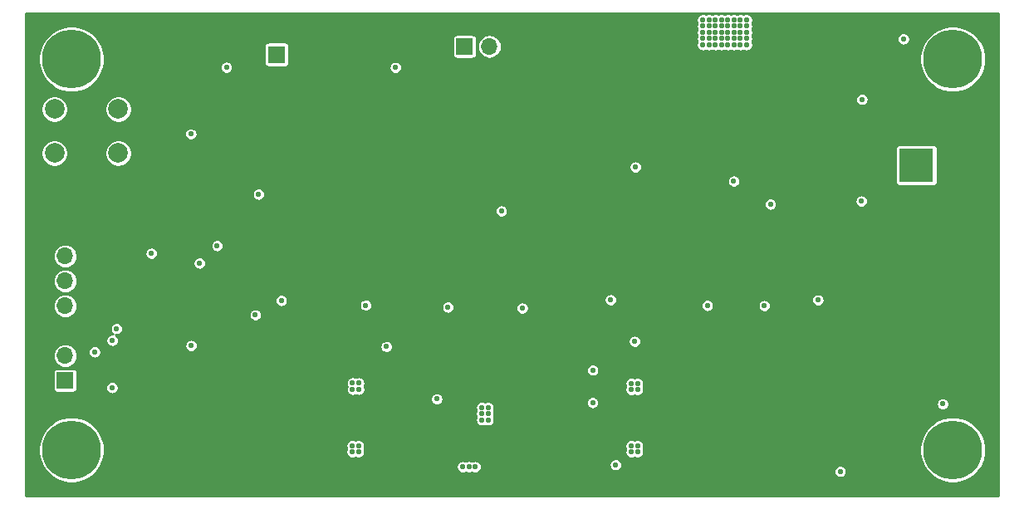
<source format=gbr>
G04 #@! TF.GenerationSoftware,KiCad,Pcbnew,(5.1.4)-1*
G04 #@! TF.CreationDate,2019-10-07T12:46:13-05:00*
G04 #@! TF.ProjectId,nightlight,6e696768-746c-4696-9768-742e6b696361,rev?*
G04 #@! TF.SameCoordinates,Original*
G04 #@! TF.FileFunction,Copper,L3,Inr*
G04 #@! TF.FilePolarity,Positive*
%FSLAX46Y46*%
G04 Gerber Fmt 4.6, Leading zero omitted, Abs format (unit mm)*
G04 Created by KiCad (PCBNEW (5.1.4)-1) date 2019-10-07 12:46:13*
%MOMM*%
%LPD*%
G04 APERTURE LIST*
%ADD10R,1.700000X1.700000*%
%ADD11O,1.700000X1.700000*%
%ADD12C,6.000000*%
%ADD13R,3.500000X3.500000*%
%ADD14C,0.100000*%
%ADD15C,3.000000*%
%ADD16C,3.500000*%
%ADD17R,1.800000X1.800000*%
%ADD18C,1.800000*%
%ADD19C,2.000000*%
%ADD20C,0.558800*%
%ADD21C,0.254000*%
G04 APERTURE END LIST*
D10*
X130175000Y-76530200D03*
D11*
X132715000Y-76530200D03*
X135255000Y-76530200D03*
D10*
X96926400Y-75361800D03*
D12*
X90119200Y-117652800D03*
X90119200Y-77812800D03*
X179959200Y-77812800D03*
X179959200Y-117652800D03*
D11*
X89468499Y-97887801D03*
X89468499Y-100427801D03*
X89468499Y-102967801D03*
X89468499Y-105507801D03*
X89468499Y-108047801D03*
D10*
X89468499Y-110587801D03*
D13*
X176257700Y-88633300D03*
D14*
G36*
X183081213Y-86886911D02*
G01*
X183154018Y-86897711D01*
X183225414Y-86915595D01*
X183294713Y-86940390D01*
X183361248Y-86971859D01*
X183424378Y-87009698D01*
X183483495Y-87053542D01*
X183538030Y-87102970D01*
X183587458Y-87157505D01*
X183631302Y-87216622D01*
X183669141Y-87279752D01*
X183700610Y-87346287D01*
X183725405Y-87415586D01*
X183743289Y-87486982D01*
X183754089Y-87559787D01*
X183757700Y-87633300D01*
X183757700Y-89633300D01*
X183754089Y-89706813D01*
X183743289Y-89779618D01*
X183725405Y-89851014D01*
X183700610Y-89920313D01*
X183669141Y-89986848D01*
X183631302Y-90049978D01*
X183587458Y-90109095D01*
X183538030Y-90163630D01*
X183483495Y-90213058D01*
X183424378Y-90256902D01*
X183361248Y-90294741D01*
X183294713Y-90326210D01*
X183225414Y-90351005D01*
X183154018Y-90368889D01*
X183081213Y-90379689D01*
X183007700Y-90383300D01*
X181507700Y-90383300D01*
X181434187Y-90379689D01*
X181361382Y-90368889D01*
X181289986Y-90351005D01*
X181220687Y-90326210D01*
X181154152Y-90294741D01*
X181091022Y-90256902D01*
X181031905Y-90213058D01*
X180977370Y-90163630D01*
X180927942Y-90109095D01*
X180884098Y-90049978D01*
X180846259Y-89986848D01*
X180814790Y-89920313D01*
X180789995Y-89851014D01*
X180772111Y-89779618D01*
X180761311Y-89706813D01*
X180757700Y-89633300D01*
X180757700Y-87633300D01*
X180761311Y-87559787D01*
X180772111Y-87486982D01*
X180789995Y-87415586D01*
X180814790Y-87346287D01*
X180846259Y-87279752D01*
X180884098Y-87216622D01*
X180927942Y-87157505D01*
X180977370Y-87102970D01*
X181031905Y-87053542D01*
X181091022Y-87009698D01*
X181154152Y-86971859D01*
X181220687Y-86940390D01*
X181289986Y-86915595D01*
X181361382Y-86897711D01*
X181434187Y-86886911D01*
X181507700Y-86883300D01*
X183007700Y-86883300D01*
X183081213Y-86886911D01*
X183081213Y-86886911D01*
G37*
D15*
X182257700Y-88633300D03*
D14*
G36*
X180218465Y-82187513D02*
G01*
X180303404Y-82200113D01*
X180386699Y-82220977D01*
X180467548Y-82249905D01*
X180545172Y-82286619D01*
X180618824Y-82330764D01*
X180687794Y-82381916D01*
X180751418Y-82439582D01*
X180809084Y-82503206D01*
X180860236Y-82572176D01*
X180904381Y-82645828D01*
X180941095Y-82723452D01*
X180970023Y-82804301D01*
X180990887Y-82887596D01*
X181003487Y-82972535D01*
X181007700Y-83058300D01*
X181007700Y-84808300D01*
X181003487Y-84894065D01*
X180990887Y-84979004D01*
X180970023Y-85062299D01*
X180941095Y-85143148D01*
X180904381Y-85220772D01*
X180860236Y-85294424D01*
X180809084Y-85363394D01*
X180751418Y-85427018D01*
X180687794Y-85484684D01*
X180618824Y-85535836D01*
X180545172Y-85579981D01*
X180467548Y-85616695D01*
X180386699Y-85645623D01*
X180303404Y-85666487D01*
X180218465Y-85679087D01*
X180132700Y-85683300D01*
X178382700Y-85683300D01*
X178296935Y-85679087D01*
X178211996Y-85666487D01*
X178128701Y-85645623D01*
X178047852Y-85616695D01*
X177970228Y-85579981D01*
X177896576Y-85535836D01*
X177827606Y-85484684D01*
X177763982Y-85427018D01*
X177706316Y-85363394D01*
X177655164Y-85294424D01*
X177611019Y-85220772D01*
X177574305Y-85143148D01*
X177545377Y-85062299D01*
X177524513Y-84979004D01*
X177511913Y-84894065D01*
X177507700Y-84808300D01*
X177507700Y-83058300D01*
X177511913Y-82972535D01*
X177524513Y-82887596D01*
X177545377Y-82804301D01*
X177574305Y-82723452D01*
X177611019Y-82645828D01*
X177655164Y-82572176D01*
X177706316Y-82503206D01*
X177763982Y-82439582D01*
X177827606Y-82381916D01*
X177896576Y-82330764D01*
X177970228Y-82286619D01*
X178047852Y-82249905D01*
X178128701Y-82220977D01*
X178211996Y-82200113D01*
X178296935Y-82187513D01*
X178382700Y-82183300D01*
X180132700Y-82183300D01*
X180218465Y-82187513D01*
X180218465Y-82187513D01*
G37*
D16*
X179257700Y-83933300D03*
D17*
X111048800Y-77343000D03*
D18*
X113588800Y-77343000D03*
D19*
X94894400Y-87405600D03*
X94894400Y-82905600D03*
X88394400Y-87405600D03*
X88394400Y-82905600D03*
D20*
X102285800Y-85457000D03*
X111506000Y-102426800D03*
X120116600Y-102909400D03*
X154482800Y-73812400D03*
X155117800Y-73812400D03*
X155752800Y-73812400D03*
X156387800Y-73812400D03*
X157022800Y-73812400D03*
X157657800Y-73812400D03*
X158292800Y-73812400D03*
X158927800Y-73812400D03*
X154482800Y-74447400D03*
X155117800Y-74447400D03*
X155752800Y-74447400D03*
X156387800Y-74447400D03*
X157022800Y-74447400D03*
X157657800Y-74447400D03*
X158292800Y-74447400D03*
X158927800Y-74447400D03*
X154482800Y-75082400D03*
X155117800Y-75082400D03*
X155752800Y-75082400D03*
X156387800Y-75082400D03*
X157022800Y-75082400D03*
X157657800Y-75082400D03*
X158292800Y-75082400D03*
X158927800Y-75082400D03*
X154482800Y-75717400D03*
X155117800Y-75717400D03*
X155752800Y-75717400D03*
X156387800Y-75717400D03*
X157022800Y-75717400D03*
X157657800Y-75717400D03*
X158292800Y-75717400D03*
X158927800Y-75717400D03*
X154482800Y-76352400D03*
X155117800Y-76352400D03*
X155752800Y-76352400D03*
X156387800Y-76352400D03*
X157022800Y-76352400D03*
X157657800Y-76352400D03*
X158292800Y-76352400D03*
X158927800Y-76352400D03*
X131953000Y-113969800D03*
X132588000Y-113969800D03*
X132588000Y-114604800D03*
X131953000Y-113334800D03*
X131953000Y-114604800D03*
X132588000Y-113334800D03*
X130632200Y-119380000D03*
X129997200Y-119380000D03*
X131267200Y-119380000D03*
X92481400Y-107670600D03*
X94259400Y-111328200D03*
X168478200Y-119848600D03*
X136067800Y-103201500D03*
X128498600Y-103112600D03*
X147602000Y-88823800D03*
X145084800Y-102376000D03*
X154940000Y-102933500D03*
X174929800Y-75768200D03*
X105906600Y-78663800D03*
X123139200Y-78677800D03*
X98261200Y-97637600D03*
X148183600Y-84251800D03*
X148818600Y-84251800D03*
X148183600Y-84886800D03*
X148818600Y-84886800D03*
X148183600Y-85521800D03*
X148818600Y-85521800D03*
X136067800Y-112725200D03*
X135432800Y-113360200D03*
X135432800Y-113995200D03*
X136067800Y-113995200D03*
X136067800Y-113360200D03*
X135432800Y-112725200D03*
X102285800Y-83707000D03*
X95021400Y-91188600D03*
X111506000Y-104176800D03*
X120116600Y-104659400D03*
X152196800Y-81178400D03*
X152831800Y-81813400D03*
X153466800Y-81813400D03*
X153466800Y-81178400D03*
X152831800Y-81178400D03*
X152196800Y-81813400D03*
X157276800Y-80577800D03*
X164236400Y-76657200D03*
X162966400Y-76657200D03*
X163601400Y-77292200D03*
X163601400Y-76657200D03*
X164236400Y-77292200D03*
X162966400Y-77292200D03*
X182168800Y-93345000D03*
X180898800Y-93345000D03*
X180898800Y-92710000D03*
X181533800Y-92710000D03*
X182168800Y-92710000D03*
X181533800Y-93345000D03*
X129006600Y-113842800D03*
X129641600Y-113842800D03*
X129641600Y-114477800D03*
X129006600Y-113207800D03*
X129006600Y-114477800D03*
X129641600Y-113207800D03*
X137134600Y-115798600D03*
X137769600Y-115798600D03*
X137134600Y-116433600D03*
X106072200Y-110363000D03*
X143216600Y-114528600D03*
X123139200Y-80427800D03*
X168478200Y-118098600D03*
X136067800Y-104951500D03*
X128498600Y-104862600D03*
X151169400Y-89611200D03*
X145084800Y-104126000D03*
X125577600Y-113614200D03*
X129999800Y-110159800D03*
X143242000Y-108610400D03*
X160705800Y-99910900D03*
X159794000Y-107886500D03*
X170078400Y-100723700D03*
X110845600Y-88101200D03*
X94259400Y-113078200D03*
X142341600Y-84048600D03*
X160756600Y-102971600D03*
X161366200Y-92608400D03*
X157632400Y-90271600D03*
X147193000Y-117246400D03*
X147828000Y-117246400D03*
X147828000Y-117881400D03*
X147193000Y-117881400D03*
X147193000Y-110871000D03*
X147193000Y-111506000D03*
X147828000Y-110871000D03*
X147828000Y-111506000D03*
X143256000Y-109524800D03*
X145592800Y-119176800D03*
X109194600Y-91592400D03*
X102311200Y-107035600D03*
X118745000Y-117221000D03*
X118745000Y-117856000D03*
X119380000Y-117221000D03*
X119380000Y-117856000D03*
X118770400Y-111480600D03*
X119405400Y-110845600D03*
X118770400Y-110845600D03*
X119405400Y-111480600D03*
X178943000Y-112979200D03*
X94284800Y-106502200D03*
X143242000Y-112852200D03*
X94716600Y-105283000D03*
X127355600Y-112471200D03*
X166217600Y-102387400D03*
X170637200Y-92303600D03*
X170713400Y-81915000D03*
X103174800Y-98628200D03*
X104965500Y-96837500D03*
X133934200Y-93319600D03*
X147534600Y-106603800D03*
X108864400Y-103911400D03*
X122224800Y-107137200D03*
D21*
G36*
X184633200Y-122326800D02*
G01*
X85445200Y-122326800D01*
X85445200Y-117319801D01*
X86738200Y-117319801D01*
X86738200Y-117985799D01*
X86868130Y-118639001D01*
X87122997Y-119254304D01*
X87493006Y-119808062D01*
X87963938Y-120278994D01*
X88517696Y-120649003D01*
X89132999Y-120903870D01*
X89786201Y-121033800D01*
X90452199Y-121033800D01*
X91105401Y-120903870D01*
X91720704Y-120649003D01*
X92274462Y-120278994D01*
X92745394Y-119808062D01*
X93074876Y-119314956D01*
X129336800Y-119314956D01*
X129336800Y-119445044D01*
X129362179Y-119572631D01*
X129411961Y-119692817D01*
X129484234Y-119800980D01*
X129576220Y-119892966D01*
X129684383Y-119965239D01*
X129804569Y-120015021D01*
X129932156Y-120040400D01*
X130062244Y-120040400D01*
X130189831Y-120015021D01*
X130310017Y-119965239D01*
X130314700Y-119962110D01*
X130319383Y-119965239D01*
X130439569Y-120015021D01*
X130567156Y-120040400D01*
X130697244Y-120040400D01*
X130824831Y-120015021D01*
X130945017Y-119965239D01*
X130949700Y-119962110D01*
X130954383Y-119965239D01*
X131074569Y-120015021D01*
X131202156Y-120040400D01*
X131332244Y-120040400D01*
X131459831Y-120015021D01*
X131580017Y-119965239D01*
X131688180Y-119892966D01*
X131780166Y-119800980D01*
X131852439Y-119692817D01*
X131902221Y-119572631D01*
X131927600Y-119445044D01*
X131927600Y-119314956D01*
X131902221Y-119187369D01*
X131870902Y-119111756D01*
X144932400Y-119111756D01*
X144932400Y-119241844D01*
X144957779Y-119369431D01*
X145007561Y-119489617D01*
X145079834Y-119597780D01*
X145171820Y-119689766D01*
X145279983Y-119762039D01*
X145400169Y-119811821D01*
X145527756Y-119837200D01*
X145657844Y-119837200D01*
X145785431Y-119811821D01*
X145853669Y-119783556D01*
X167817800Y-119783556D01*
X167817800Y-119913644D01*
X167843179Y-120041231D01*
X167892961Y-120161417D01*
X167965234Y-120269580D01*
X168057220Y-120361566D01*
X168165383Y-120433839D01*
X168285569Y-120483621D01*
X168413156Y-120509000D01*
X168543244Y-120509000D01*
X168670831Y-120483621D01*
X168791017Y-120433839D01*
X168899180Y-120361566D01*
X168991166Y-120269580D01*
X169063439Y-120161417D01*
X169113221Y-120041231D01*
X169138600Y-119913644D01*
X169138600Y-119783556D01*
X169113221Y-119655969D01*
X169063439Y-119535783D01*
X168991166Y-119427620D01*
X168899180Y-119335634D01*
X168791017Y-119263361D01*
X168670831Y-119213579D01*
X168543244Y-119188200D01*
X168413156Y-119188200D01*
X168285569Y-119213579D01*
X168165383Y-119263361D01*
X168057220Y-119335634D01*
X167965234Y-119427620D01*
X167892961Y-119535783D01*
X167843179Y-119655969D01*
X167817800Y-119783556D01*
X145853669Y-119783556D01*
X145905617Y-119762039D01*
X146013780Y-119689766D01*
X146105766Y-119597780D01*
X146178039Y-119489617D01*
X146227821Y-119369431D01*
X146253200Y-119241844D01*
X146253200Y-119111756D01*
X146227821Y-118984169D01*
X146178039Y-118863983D01*
X146105766Y-118755820D01*
X146013780Y-118663834D01*
X145905617Y-118591561D01*
X145785431Y-118541779D01*
X145657844Y-118516400D01*
X145527756Y-118516400D01*
X145400169Y-118541779D01*
X145279983Y-118591561D01*
X145171820Y-118663834D01*
X145079834Y-118755820D01*
X145007561Y-118863983D01*
X144957779Y-118984169D01*
X144932400Y-119111756D01*
X131870902Y-119111756D01*
X131852439Y-119067183D01*
X131780166Y-118959020D01*
X131688180Y-118867034D01*
X131580017Y-118794761D01*
X131459831Y-118744979D01*
X131332244Y-118719600D01*
X131202156Y-118719600D01*
X131074569Y-118744979D01*
X130954383Y-118794761D01*
X130949700Y-118797890D01*
X130945017Y-118794761D01*
X130824831Y-118744979D01*
X130697244Y-118719600D01*
X130567156Y-118719600D01*
X130439569Y-118744979D01*
X130319383Y-118794761D01*
X130314700Y-118797890D01*
X130310017Y-118794761D01*
X130189831Y-118744979D01*
X130062244Y-118719600D01*
X129932156Y-118719600D01*
X129804569Y-118744979D01*
X129684383Y-118794761D01*
X129576220Y-118867034D01*
X129484234Y-118959020D01*
X129411961Y-119067183D01*
X129362179Y-119187369D01*
X129336800Y-119314956D01*
X93074876Y-119314956D01*
X93115403Y-119254304D01*
X93370270Y-118639001D01*
X93500200Y-117985799D01*
X93500200Y-117319801D01*
X93467610Y-117155956D01*
X118084600Y-117155956D01*
X118084600Y-117286044D01*
X118109979Y-117413631D01*
X118159761Y-117533817D01*
X118162890Y-117538500D01*
X118159761Y-117543183D01*
X118109979Y-117663369D01*
X118084600Y-117790956D01*
X118084600Y-117921044D01*
X118109979Y-118048631D01*
X118159761Y-118168817D01*
X118232034Y-118276980D01*
X118324020Y-118368966D01*
X118432183Y-118441239D01*
X118552369Y-118491021D01*
X118679956Y-118516400D01*
X118810044Y-118516400D01*
X118937631Y-118491021D01*
X119057817Y-118441239D01*
X119062500Y-118438110D01*
X119067183Y-118441239D01*
X119187369Y-118491021D01*
X119314956Y-118516400D01*
X119445044Y-118516400D01*
X119572631Y-118491021D01*
X119692817Y-118441239D01*
X119800980Y-118368966D01*
X119892966Y-118276980D01*
X119965239Y-118168817D01*
X120015021Y-118048631D01*
X120040400Y-117921044D01*
X120040400Y-117790956D01*
X120015021Y-117663369D01*
X119965239Y-117543183D01*
X119962110Y-117538500D01*
X119965239Y-117533817D01*
X120015021Y-117413631D01*
X120040400Y-117286044D01*
X120040400Y-117181356D01*
X146532600Y-117181356D01*
X146532600Y-117311444D01*
X146557979Y-117439031D01*
X146607761Y-117559217D01*
X146610890Y-117563900D01*
X146607761Y-117568583D01*
X146557979Y-117688769D01*
X146532600Y-117816356D01*
X146532600Y-117946444D01*
X146557979Y-118074031D01*
X146607761Y-118194217D01*
X146680034Y-118302380D01*
X146772020Y-118394366D01*
X146880183Y-118466639D01*
X147000369Y-118516421D01*
X147127956Y-118541800D01*
X147258044Y-118541800D01*
X147385631Y-118516421D01*
X147505817Y-118466639D01*
X147510500Y-118463510D01*
X147515183Y-118466639D01*
X147635369Y-118516421D01*
X147762956Y-118541800D01*
X147893044Y-118541800D01*
X148020631Y-118516421D01*
X148140817Y-118466639D01*
X148248980Y-118394366D01*
X148340966Y-118302380D01*
X148413239Y-118194217D01*
X148463021Y-118074031D01*
X148488400Y-117946444D01*
X148488400Y-117816356D01*
X148463021Y-117688769D01*
X148413239Y-117568583D01*
X148410110Y-117563900D01*
X148413239Y-117559217D01*
X148463021Y-117439031D01*
X148486737Y-117319801D01*
X176578200Y-117319801D01*
X176578200Y-117985799D01*
X176708130Y-118639001D01*
X176962997Y-119254304D01*
X177333006Y-119808062D01*
X177803938Y-120278994D01*
X178357696Y-120649003D01*
X178972999Y-120903870D01*
X179626201Y-121033800D01*
X180292199Y-121033800D01*
X180945401Y-120903870D01*
X181560704Y-120649003D01*
X182114462Y-120278994D01*
X182585394Y-119808062D01*
X182955403Y-119254304D01*
X183210270Y-118639001D01*
X183340200Y-117985799D01*
X183340200Y-117319801D01*
X183210270Y-116666599D01*
X182955403Y-116051296D01*
X182585394Y-115497538D01*
X182114462Y-115026606D01*
X181560704Y-114656597D01*
X180945401Y-114401730D01*
X180292199Y-114271800D01*
X179626201Y-114271800D01*
X178972999Y-114401730D01*
X178357696Y-114656597D01*
X177803938Y-115026606D01*
X177333006Y-115497538D01*
X176962997Y-116051296D01*
X176708130Y-116666599D01*
X176578200Y-117319801D01*
X148486737Y-117319801D01*
X148488400Y-117311444D01*
X148488400Y-117181356D01*
X148463021Y-117053769D01*
X148413239Y-116933583D01*
X148340966Y-116825420D01*
X148248980Y-116733434D01*
X148140817Y-116661161D01*
X148020631Y-116611379D01*
X147893044Y-116586000D01*
X147762956Y-116586000D01*
X147635369Y-116611379D01*
X147515183Y-116661161D01*
X147510500Y-116664290D01*
X147505817Y-116661161D01*
X147385631Y-116611379D01*
X147258044Y-116586000D01*
X147127956Y-116586000D01*
X147000369Y-116611379D01*
X146880183Y-116661161D01*
X146772020Y-116733434D01*
X146680034Y-116825420D01*
X146607761Y-116933583D01*
X146557979Y-117053769D01*
X146532600Y-117181356D01*
X120040400Y-117181356D01*
X120040400Y-117155956D01*
X120015021Y-117028369D01*
X119965239Y-116908183D01*
X119892966Y-116800020D01*
X119800980Y-116708034D01*
X119692817Y-116635761D01*
X119572631Y-116585979D01*
X119445044Y-116560600D01*
X119314956Y-116560600D01*
X119187369Y-116585979D01*
X119067183Y-116635761D01*
X119062500Y-116638890D01*
X119057817Y-116635761D01*
X118937631Y-116585979D01*
X118810044Y-116560600D01*
X118679956Y-116560600D01*
X118552369Y-116585979D01*
X118432183Y-116635761D01*
X118324020Y-116708034D01*
X118232034Y-116800020D01*
X118159761Y-116908183D01*
X118109979Y-117028369D01*
X118084600Y-117155956D01*
X93467610Y-117155956D01*
X93370270Y-116666599D01*
X93115403Y-116051296D01*
X92745394Y-115497538D01*
X92274462Y-115026606D01*
X91720704Y-114656597D01*
X91105401Y-114401730D01*
X90452199Y-114271800D01*
X89786201Y-114271800D01*
X89132999Y-114401730D01*
X88517696Y-114656597D01*
X87963938Y-115026606D01*
X87493006Y-115497538D01*
X87122997Y-116051296D01*
X86868130Y-116666599D01*
X86738200Y-117319801D01*
X85445200Y-117319801D01*
X85445200Y-113269756D01*
X131292600Y-113269756D01*
X131292600Y-113399844D01*
X131317979Y-113527431D01*
X131367761Y-113647617D01*
X131370890Y-113652300D01*
X131367761Y-113656983D01*
X131317979Y-113777169D01*
X131292600Y-113904756D01*
X131292600Y-114034844D01*
X131317979Y-114162431D01*
X131367761Y-114282617D01*
X131370890Y-114287300D01*
X131367761Y-114291983D01*
X131317979Y-114412169D01*
X131292600Y-114539756D01*
X131292600Y-114669844D01*
X131317979Y-114797431D01*
X131367761Y-114917617D01*
X131440034Y-115025780D01*
X131532020Y-115117766D01*
X131640183Y-115190039D01*
X131760369Y-115239821D01*
X131887956Y-115265200D01*
X132018044Y-115265200D01*
X132145631Y-115239821D01*
X132265817Y-115190039D01*
X132270500Y-115186910D01*
X132275183Y-115190039D01*
X132395369Y-115239821D01*
X132522956Y-115265200D01*
X132653044Y-115265200D01*
X132780631Y-115239821D01*
X132900817Y-115190039D01*
X133008980Y-115117766D01*
X133100966Y-115025780D01*
X133173239Y-114917617D01*
X133223021Y-114797431D01*
X133248400Y-114669844D01*
X133248400Y-114539756D01*
X133223021Y-114412169D01*
X133173239Y-114291983D01*
X133170110Y-114287300D01*
X133173239Y-114282617D01*
X133223021Y-114162431D01*
X133248400Y-114034844D01*
X133248400Y-113904756D01*
X133223021Y-113777169D01*
X133173239Y-113656983D01*
X133170110Y-113652300D01*
X133173239Y-113647617D01*
X133223021Y-113527431D01*
X133248400Y-113399844D01*
X133248400Y-113269756D01*
X133223021Y-113142169D01*
X133173239Y-113021983D01*
X133100966Y-112913820D01*
X133008980Y-112821834D01*
X132957082Y-112787156D01*
X142581600Y-112787156D01*
X142581600Y-112917244D01*
X142606979Y-113044831D01*
X142656761Y-113165017D01*
X142729034Y-113273180D01*
X142821020Y-113365166D01*
X142929183Y-113437439D01*
X143049369Y-113487221D01*
X143176956Y-113512600D01*
X143307044Y-113512600D01*
X143434631Y-113487221D01*
X143554817Y-113437439D01*
X143662980Y-113365166D01*
X143754966Y-113273180D01*
X143827239Y-113165017D01*
X143877021Y-113044831D01*
X143902400Y-112917244D01*
X143902400Y-112914156D01*
X178282600Y-112914156D01*
X178282600Y-113044244D01*
X178307979Y-113171831D01*
X178357761Y-113292017D01*
X178430034Y-113400180D01*
X178522020Y-113492166D01*
X178630183Y-113564439D01*
X178750369Y-113614221D01*
X178877956Y-113639600D01*
X179008044Y-113639600D01*
X179135631Y-113614221D01*
X179255817Y-113564439D01*
X179363980Y-113492166D01*
X179455966Y-113400180D01*
X179528239Y-113292017D01*
X179578021Y-113171831D01*
X179603400Y-113044244D01*
X179603400Y-112914156D01*
X179578021Y-112786569D01*
X179528239Y-112666383D01*
X179455966Y-112558220D01*
X179363980Y-112466234D01*
X179255817Y-112393961D01*
X179135631Y-112344179D01*
X179008044Y-112318800D01*
X178877956Y-112318800D01*
X178750369Y-112344179D01*
X178630183Y-112393961D01*
X178522020Y-112466234D01*
X178430034Y-112558220D01*
X178357761Y-112666383D01*
X178307979Y-112786569D01*
X178282600Y-112914156D01*
X143902400Y-112914156D01*
X143902400Y-112787156D01*
X143877021Y-112659569D01*
X143827239Y-112539383D01*
X143754966Y-112431220D01*
X143662980Y-112339234D01*
X143554817Y-112266961D01*
X143434631Y-112217179D01*
X143307044Y-112191800D01*
X143176956Y-112191800D01*
X143049369Y-112217179D01*
X142929183Y-112266961D01*
X142821020Y-112339234D01*
X142729034Y-112431220D01*
X142656761Y-112539383D01*
X142606979Y-112659569D01*
X142581600Y-112787156D01*
X132957082Y-112787156D01*
X132900817Y-112749561D01*
X132780631Y-112699779D01*
X132653044Y-112674400D01*
X132522956Y-112674400D01*
X132395369Y-112699779D01*
X132275183Y-112749561D01*
X132270500Y-112752690D01*
X132265817Y-112749561D01*
X132145631Y-112699779D01*
X132018044Y-112674400D01*
X131887956Y-112674400D01*
X131760369Y-112699779D01*
X131640183Y-112749561D01*
X131532020Y-112821834D01*
X131440034Y-112913820D01*
X131367761Y-113021983D01*
X131317979Y-113142169D01*
X131292600Y-113269756D01*
X85445200Y-113269756D01*
X85445200Y-112406156D01*
X126695200Y-112406156D01*
X126695200Y-112536244D01*
X126720579Y-112663831D01*
X126770361Y-112784017D01*
X126842634Y-112892180D01*
X126934620Y-112984166D01*
X127042783Y-113056439D01*
X127162969Y-113106221D01*
X127290556Y-113131600D01*
X127420644Y-113131600D01*
X127548231Y-113106221D01*
X127668417Y-113056439D01*
X127776580Y-112984166D01*
X127868566Y-112892180D01*
X127940839Y-112784017D01*
X127990621Y-112663831D01*
X128016000Y-112536244D01*
X128016000Y-112406156D01*
X127990621Y-112278569D01*
X127940839Y-112158383D01*
X127868566Y-112050220D01*
X127776580Y-111958234D01*
X127668417Y-111885961D01*
X127548231Y-111836179D01*
X127420644Y-111810800D01*
X127290556Y-111810800D01*
X127162969Y-111836179D01*
X127042783Y-111885961D01*
X126934620Y-111958234D01*
X126842634Y-112050220D01*
X126770361Y-112158383D01*
X126720579Y-112278569D01*
X126695200Y-112406156D01*
X85445200Y-112406156D01*
X85445200Y-109737801D01*
X88235656Y-109737801D01*
X88235656Y-111437801D01*
X88243012Y-111512490D01*
X88264798Y-111584309D01*
X88300177Y-111650497D01*
X88347788Y-111708512D01*
X88405803Y-111756123D01*
X88471991Y-111791502D01*
X88543810Y-111813288D01*
X88618499Y-111820644D01*
X90318499Y-111820644D01*
X90393188Y-111813288D01*
X90465007Y-111791502D01*
X90531195Y-111756123D01*
X90589210Y-111708512D01*
X90636821Y-111650497D01*
X90672200Y-111584309D01*
X90693986Y-111512490D01*
X90701342Y-111437801D01*
X90701342Y-111263156D01*
X93599000Y-111263156D01*
X93599000Y-111393244D01*
X93624379Y-111520831D01*
X93674161Y-111641017D01*
X93746434Y-111749180D01*
X93838420Y-111841166D01*
X93946583Y-111913439D01*
X94066769Y-111963221D01*
X94194356Y-111988600D01*
X94324444Y-111988600D01*
X94452031Y-111963221D01*
X94572217Y-111913439D01*
X94680380Y-111841166D01*
X94772366Y-111749180D01*
X94844639Y-111641017D01*
X94894421Y-111520831D01*
X94919800Y-111393244D01*
X94919800Y-111263156D01*
X94894421Y-111135569D01*
X94844639Y-111015383D01*
X94772366Y-110907220D01*
X94680380Y-110815234D01*
X94628482Y-110780556D01*
X118110000Y-110780556D01*
X118110000Y-110910644D01*
X118135379Y-111038231D01*
X118185161Y-111158417D01*
X118188290Y-111163100D01*
X118185161Y-111167783D01*
X118135379Y-111287969D01*
X118110000Y-111415556D01*
X118110000Y-111545644D01*
X118135379Y-111673231D01*
X118185161Y-111793417D01*
X118257434Y-111901580D01*
X118349420Y-111993566D01*
X118457583Y-112065839D01*
X118577769Y-112115621D01*
X118705356Y-112141000D01*
X118835444Y-112141000D01*
X118963031Y-112115621D01*
X119083217Y-112065839D01*
X119087900Y-112062710D01*
X119092583Y-112065839D01*
X119212769Y-112115621D01*
X119340356Y-112141000D01*
X119470444Y-112141000D01*
X119598031Y-112115621D01*
X119718217Y-112065839D01*
X119826380Y-111993566D01*
X119918366Y-111901580D01*
X119990639Y-111793417D01*
X120040421Y-111673231D01*
X120065800Y-111545644D01*
X120065800Y-111415556D01*
X120040421Y-111287969D01*
X119990639Y-111167783D01*
X119987510Y-111163100D01*
X119990639Y-111158417D01*
X120040421Y-111038231D01*
X120065800Y-110910644D01*
X120065800Y-110805956D01*
X146532600Y-110805956D01*
X146532600Y-110936044D01*
X146557979Y-111063631D01*
X146607761Y-111183817D01*
X146610890Y-111188500D01*
X146607761Y-111193183D01*
X146557979Y-111313369D01*
X146532600Y-111440956D01*
X146532600Y-111571044D01*
X146557979Y-111698631D01*
X146607761Y-111818817D01*
X146680034Y-111926980D01*
X146772020Y-112018966D01*
X146880183Y-112091239D01*
X147000369Y-112141021D01*
X147127956Y-112166400D01*
X147258044Y-112166400D01*
X147385631Y-112141021D01*
X147505817Y-112091239D01*
X147510500Y-112088110D01*
X147515183Y-112091239D01*
X147635369Y-112141021D01*
X147762956Y-112166400D01*
X147893044Y-112166400D01*
X148020631Y-112141021D01*
X148140817Y-112091239D01*
X148248980Y-112018966D01*
X148340966Y-111926980D01*
X148413239Y-111818817D01*
X148463021Y-111698631D01*
X148488400Y-111571044D01*
X148488400Y-111440956D01*
X148463021Y-111313369D01*
X148413239Y-111193183D01*
X148410110Y-111188500D01*
X148413239Y-111183817D01*
X148463021Y-111063631D01*
X148488400Y-110936044D01*
X148488400Y-110805956D01*
X148463021Y-110678369D01*
X148413239Y-110558183D01*
X148340966Y-110450020D01*
X148248980Y-110358034D01*
X148140817Y-110285761D01*
X148020631Y-110235979D01*
X147893044Y-110210600D01*
X147762956Y-110210600D01*
X147635369Y-110235979D01*
X147515183Y-110285761D01*
X147510500Y-110288890D01*
X147505817Y-110285761D01*
X147385631Y-110235979D01*
X147258044Y-110210600D01*
X147127956Y-110210600D01*
X147000369Y-110235979D01*
X146880183Y-110285761D01*
X146772020Y-110358034D01*
X146680034Y-110450020D01*
X146607761Y-110558183D01*
X146557979Y-110678369D01*
X146532600Y-110805956D01*
X120065800Y-110805956D01*
X120065800Y-110780556D01*
X120040421Y-110652969D01*
X119990639Y-110532783D01*
X119918366Y-110424620D01*
X119826380Y-110332634D01*
X119718217Y-110260361D01*
X119598031Y-110210579D01*
X119470444Y-110185200D01*
X119340356Y-110185200D01*
X119212769Y-110210579D01*
X119092583Y-110260361D01*
X119087900Y-110263490D01*
X119083217Y-110260361D01*
X118963031Y-110210579D01*
X118835444Y-110185200D01*
X118705356Y-110185200D01*
X118577769Y-110210579D01*
X118457583Y-110260361D01*
X118349420Y-110332634D01*
X118257434Y-110424620D01*
X118185161Y-110532783D01*
X118135379Y-110652969D01*
X118110000Y-110780556D01*
X94628482Y-110780556D01*
X94572217Y-110742961D01*
X94452031Y-110693179D01*
X94324444Y-110667800D01*
X94194356Y-110667800D01*
X94066769Y-110693179D01*
X93946583Y-110742961D01*
X93838420Y-110815234D01*
X93746434Y-110907220D01*
X93674161Y-111015383D01*
X93624379Y-111135569D01*
X93599000Y-111263156D01*
X90701342Y-111263156D01*
X90701342Y-109737801D01*
X90693986Y-109663112D01*
X90672200Y-109591293D01*
X90636821Y-109525105D01*
X90589210Y-109467090D01*
X90580274Y-109459756D01*
X142595600Y-109459756D01*
X142595600Y-109589844D01*
X142620979Y-109717431D01*
X142670761Y-109837617D01*
X142743034Y-109945780D01*
X142835020Y-110037766D01*
X142943183Y-110110039D01*
X143063369Y-110159821D01*
X143190956Y-110185200D01*
X143321044Y-110185200D01*
X143448631Y-110159821D01*
X143568817Y-110110039D01*
X143676980Y-110037766D01*
X143768966Y-109945780D01*
X143841239Y-109837617D01*
X143891021Y-109717431D01*
X143916400Y-109589844D01*
X143916400Y-109459756D01*
X143891021Y-109332169D01*
X143841239Y-109211983D01*
X143768966Y-109103820D01*
X143676980Y-109011834D01*
X143568817Y-108939561D01*
X143448631Y-108889779D01*
X143321044Y-108864400D01*
X143190956Y-108864400D01*
X143063369Y-108889779D01*
X142943183Y-108939561D01*
X142835020Y-109011834D01*
X142743034Y-109103820D01*
X142670761Y-109211983D01*
X142620979Y-109332169D01*
X142595600Y-109459756D01*
X90580274Y-109459756D01*
X90531195Y-109419479D01*
X90465007Y-109384100D01*
X90393188Y-109362314D01*
X90318499Y-109354958D01*
X88618499Y-109354958D01*
X88543810Y-109362314D01*
X88471991Y-109384100D01*
X88405803Y-109419479D01*
X88347788Y-109467090D01*
X88300177Y-109525105D01*
X88264798Y-109591293D01*
X88243012Y-109663112D01*
X88235656Y-109737801D01*
X85445200Y-109737801D01*
X85445200Y-108047801D01*
X88231543Y-108047801D01*
X88255311Y-108289119D01*
X88325701Y-108521164D01*
X88440008Y-108735017D01*
X88593839Y-108922461D01*
X88781283Y-109076292D01*
X88995136Y-109190599D01*
X89227181Y-109260989D01*
X89408027Y-109278801D01*
X89528971Y-109278801D01*
X89709817Y-109260989D01*
X89941862Y-109190599D01*
X90155715Y-109076292D01*
X90343159Y-108922461D01*
X90496990Y-108735017D01*
X90611297Y-108521164D01*
X90681687Y-108289119D01*
X90705455Y-108047801D01*
X90681687Y-107806483D01*
X90620737Y-107605556D01*
X91821000Y-107605556D01*
X91821000Y-107735644D01*
X91846379Y-107863231D01*
X91896161Y-107983417D01*
X91968434Y-108091580D01*
X92060420Y-108183566D01*
X92168583Y-108255839D01*
X92288769Y-108305621D01*
X92416356Y-108331000D01*
X92546444Y-108331000D01*
X92674031Y-108305621D01*
X92794217Y-108255839D01*
X92902380Y-108183566D01*
X92994366Y-108091580D01*
X93066639Y-107983417D01*
X93116421Y-107863231D01*
X93141800Y-107735644D01*
X93141800Y-107605556D01*
X93116421Y-107477969D01*
X93066639Y-107357783D01*
X92994366Y-107249620D01*
X92902380Y-107157634D01*
X92794217Y-107085361D01*
X92674031Y-107035579D01*
X92546444Y-107010200D01*
X92416356Y-107010200D01*
X92288769Y-107035579D01*
X92168583Y-107085361D01*
X92060420Y-107157634D01*
X91968434Y-107249620D01*
X91896161Y-107357783D01*
X91846379Y-107477969D01*
X91821000Y-107605556D01*
X90620737Y-107605556D01*
X90611297Y-107574438D01*
X90496990Y-107360585D01*
X90343159Y-107173141D01*
X90155715Y-107019310D01*
X89941862Y-106905003D01*
X89709817Y-106834613D01*
X89528971Y-106816801D01*
X89408027Y-106816801D01*
X89227181Y-106834613D01*
X88995136Y-106905003D01*
X88781283Y-107019310D01*
X88593839Y-107173141D01*
X88440008Y-107360585D01*
X88325701Y-107574438D01*
X88255311Y-107806483D01*
X88231543Y-108047801D01*
X85445200Y-108047801D01*
X85445200Y-106437156D01*
X93624400Y-106437156D01*
X93624400Y-106567244D01*
X93649779Y-106694831D01*
X93699561Y-106815017D01*
X93771834Y-106923180D01*
X93863820Y-107015166D01*
X93971983Y-107087439D01*
X94092169Y-107137221D01*
X94219756Y-107162600D01*
X94349844Y-107162600D01*
X94477431Y-107137221D01*
X94597617Y-107087439D01*
X94705780Y-107015166D01*
X94750390Y-106970556D01*
X101650800Y-106970556D01*
X101650800Y-107100644D01*
X101676179Y-107228231D01*
X101725961Y-107348417D01*
X101798234Y-107456580D01*
X101890220Y-107548566D01*
X101998383Y-107620839D01*
X102118569Y-107670621D01*
X102246156Y-107696000D01*
X102376244Y-107696000D01*
X102503831Y-107670621D01*
X102624017Y-107620839D01*
X102732180Y-107548566D01*
X102824166Y-107456580D01*
X102896439Y-107348417D01*
X102946221Y-107228231D01*
X102971600Y-107100644D01*
X102971600Y-107072156D01*
X121564400Y-107072156D01*
X121564400Y-107202244D01*
X121589779Y-107329831D01*
X121639561Y-107450017D01*
X121711834Y-107558180D01*
X121803820Y-107650166D01*
X121911983Y-107722439D01*
X122032169Y-107772221D01*
X122159756Y-107797600D01*
X122289844Y-107797600D01*
X122417431Y-107772221D01*
X122537617Y-107722439D01*
X122645780Y-107650166D01*
X122737766Y-107558180D01*
X122810039Y-107450017D01*
X122859821Y-107329831D01*
X122885200Y-107202244D01*
X122885200Y-107072156D01*
X122859821Y-106944569D01*
X122810039Y-106824383D01*
X122737766Y-106716220D01*
X122645780Y-106624234D01*
X122537617Y-106551961D01*
X122505737Y-106538756D01*
X146874200Y-106538756D01*
X146874200Y-106668844D01*
X146899579Y-106796431D01*
X146949361Y-106916617D01*
X147021634Y-107024780D01*
X147113620Y-107116766D01*
X147221783Y-107189039D01*
X147341969Y-107238821D01*
X147469556Y-107264200D01*
X147599644Y-107264200D01*
X147727231Y-107238821D01*
X147847417Y-107189039D01*
X147955580Y-107116766D01*
X148047566Y-107024780D01*
X148119839Y-106916617D01*
X148169621Y-106796431D01*
X148195000Y-106668844D01*
X148195000Y-106538756D01*
X148169621Y-106411169D01*
X148119839Y-106290983D01*
X148047566Y-106182820D01*
X147955580Y-106090834D01*
X147847417Y-106018561D01*
X147727231Y-105968779D01*
X147599644Y-105943400D01*
X147469556Y-105943400D01*
X147341969Y-105968779D01*
X147221783Y-106018561D01*
X147113620Y-106090834D01*
X147021634Y-106182820D01*
X146949361Y-106290983D01*
X146899579Y-106411169D01*
X146874200Y-106538756D01*
X122505737Y-106538756D01*
X122417431Y-106502179D01*
X122289844Y-106476800D01*
X122159756Y-106476800D01*
X122032169Y-106502179D01*
X121911983Y-106551961D01*
X121803820Y-106624234D01*
X121711834Y-106716220D01*
X121639561Y-106824383D01*
X121589779Y-106944569D01*
X121564400Y-107072156D01*
X102971600Y-107072156D01*
X102971600Y-106970556D01*
X102946221Y-106842969D01*
X102896439Y-106722783D01*
X102824166Y-106614620D01*
X102732180Y-106522634D01*
X102624017Y-106450361D01*
X102503831Y-106400579D01*
X102376244Y-106375200D01*
X102246156Y-106375200D01*
X102118569Y-106400579D01*
X101998383Y-106450361D01*
X101890220Y-106522634D01*
X101798234Y-106614620D01*
X101725961Y-106722783D01*
X101676179Y-106842969D01*
X101650800Y-106970556D01*
X94750390Y-106970556D01*
X94797766Y-106923180D01*
X94870039Y-106815017D01*
X94919821Y-106694831D01*
X94945200Y-106567244D01*
X94945200Y-106437156D01*
X94919821Y-106309569D01*
X94870039Y-106189383D01*
X94797766Y-106081220D01*
X94705780Y-105989234D01*
X94631094Y-105939330D01*
X94651556Y-105943400D01*
X94781644Y-105943400D01*
X94909231Y-105918021D01*
X95029417Y-105868239D01*
X95137580Y-105795966D01*
X95229566Y-105703980D01*
X95301839Y-105595817D01*
X95351621Y-105475631D01*
X95377000Y-105348044D01*
X95377000Y-105217956D01*
X95351621Y-105090369D01*
X95301839Y-104970183D01*
X95229566Y-104862020D01*
X95137580Y-104770034D01*
X95029417Y-104697761D01*
X94909231Y-104647979D01*
X94781644Y-104622600D01*
X94651556Y-104622600D01*
X94523969Y-104647979D01*
X94403783Y-104697761D01*
X94295620Y-104770034D01*
X94203634Y-104862020D01*
X94131361Y-104970183D01*
X94081579Y-105090369D01*
X94056200Y-105217956D01*
X94056200Y-105348044D01*
X94081579Y-105475631D01*
X94131361Y-105595817D01*
X94203634Y-105703980D01*
X94295620Y-105795966D01*
X94370306Y-105845870D01*
X94349844Y-105841800D01*
X94219756Y-105841800D01*
X94092169Y-105867179D01*
X93971983Y-105916961D01*
X93863820Y-105989234D01*
X93771834Y-106081220D01*
X93699561Y-106189383D01*
X93649779Y-106309569D01*
X93624400Y-106437156D01*
X85445200Y-106437156D01*
X85445200Y-102967801D01*
X88231543Y-102967801D01*
X88255311Y-103209119D01*
X88325701Y-103441164D01*
X88440008Y-103655017D01*
X88593839Y-103842461D01*
X88781283Y-103996292D01*
X88995136Y-104110599D01*
X89227181Y-104180989D01*
X89408027Y-104198801D01*
X89528971Y-104198801D01*
X89709817Y-104180989D01*
X89941862Y-104110599D01*
X90155715Y-103996292D01*
X90338412Y-103846356D01*
X108204000Y-103846356D01*
X108204000Y-103976444D01*
X108229379Y-104104031D01*
X108279161Y-104224217D01*
X108351434Y-104332380D01*
X108443420Y-104424366D01*
X108551583Y-104496639D01*
X108671769Y-104546421D01*
X108799356Y-104571800D01*
X108929444Y-104571800D01*
X109057031Y-104546421D01*
X109177217Y-104496639D01*
X109285380Y-104424366D01*
X109377366Y-104332380D01*
X109449639Y-104224217D01*
X109499421Y-104104031D01*
X109524800Y-103976444D01*
X109524800Y-103846356D01*
X109499421Y-103718769D01*
X109449639Y-103598583D01*
X109377366Y-103490420D01*
X109285380Y-103398434D01*
X109177217Y-103326161D01*
X109057031Y-103276379D01*
X108929444Y-103251000D01*
X108799356Y-103251000D01*
X108671769Y-103276379D01*
X108551583Y-103326161D01*
X108443420Y-103398434D01*
X108351434Y-103490420D01*
X108279161Y-103598583D01*
X108229379Y-103718769D01*
X108204000Y-103846356D01*
X90338412Y-103846356D01*
X90343159Y-103842461D01*
X90496990Y-103655017D01*
X90611297Y-103441164D01*
X90681687Y-103209119D01*
X90705455Y-102967801D01*
X90681687Y-102726483D01*
X90611297Y-102494438D01*
X90540377Y-102361756D01*
X110845600Y-102361756D01*
X110845600Y-102491844D01*
X110870979Y-102619431D01*
X110920761Y-102739617D01*
X110993034Y-102847780D01*
X111085020Y-102939766D01*
X111193183Y-103012039D01*
X111313369Y-103061821D01*
X111440956Y-103087200D01*
X111571044Y-103087200D01*
X111698631Y-103061821D01*
X111818817Y-103012039D01*
X111926980Y-102939766D01*
X112018966Y-102847780D01*
X112021253Y-102844356D01*
X119456200Y-102844356D01*
X119456200Y-102974444D01*
X119481579Y-103102031D01*
X119531361Y-103222217D01*
X119603634Y-103330380D01*
X119695620Y-103422366D01*
X119803783Y-103494639D01*
X119923969Y-103544421D01*
X120051556Y-103569800D01*
X120181644Y-103569800D01*
X120309231Y-103544421D01*
X120429417Y-103494639D01*
X120537580Y-103422366D01*
X120629566Y-103330380D01*
X120701839Y-103222217D01*
X120751621Y-103102031D01*
X120762456Y-103047556D01*
X127838200Y-103047556D01*
X127838200Y-103177644D01*
X127863579Y-103305231D01*
X127913361Y-103425417D01*
X127985634Y-103533580D01*
X128077620Y-103625566D01*
X128185783Y-103697839D01*
X128305969Y-103747621D01*
X128433556Y-103773000D01*
X128563644Y-103773000D01*
X128691231Y-103747621D01*
X128811417Y-103697839D01*
X128919580Y-103625566D01*
X129011566Y-103533580D01*
X129083839Y-103425417D01*
X129133621Y-103305231D01*
X129159000Y-103177644D01*
X129159000Y-103136456D01*
X135407400Y-103136456D01*
X135407400Y-103266544D01*
X135432779Y-103394131D01*
X135482561Y-103514317D01*
X135554834Y-103622480D01*
X135646820Y-103714466D01*
X135754983Y-103786739D01*
X135875169Y-103836521D01*
X136002756Y-103861900D01*
X136132844Y-103861900D01*
X136260431Y-103836521D01*
X136380617Y-103786739D01*
X136488780Y-103714466D01*
X136580766Y-103622480D01*
X136653039Y-103514317D01*
X136702821Y-103394131D01*
X136728200Y-103266544D01*
X136728200Y-103136456D01*
X136702821Y-103008869D01*
X136653039Y-102888683D01*
X136580766Y-102780520D01*
X136488780Y-102688534D01*
X136380617Y-102616261D01*
X136260431Y-102566479D01*
X136132844Y-102541100D01*
X136002756Y-102541100D01*
X135875169Y-102566479D01*
X135754983Y-102616261D01*
X135646820Y-102688534D01*
X135554834Y-102780520D01*
X135482561Y-102888683D01*
X135432779Y-103008869D01*
X135407400Y-103136456D01*
X129159000Y-103136456D01*
X129159000Y-103047556D01*
X129133621Y-102919969D01*
X129083839Y-102799783D01*
X129011566Y-102691620D01*
X128919580Y-102599634D01*
X128811417Y-102527361D01*
X128691231Y-102477579D01*
X128563644Y-102452200D01*
X128433556Y-102452200D01*
X128305969Y-102477579D01*
X128185783Y-102527361D01*
X128077620Y-102599634D01*
X127985634Y-102691620D01*
X127913361Y-102799783D01*
X127863579Y-102919969D01*
X127838200Y-103047556D01*
X120762456Y-103047556D01*
X120777000Y-102974444D01*
X120777000Y-102844356D01*
X120751621Y-102716769D01*
X120701839Y-102596583D01*
X120629566Y-102488420D01*
X120537580Y-102396434D01*
X120429417Y-102324161D01*
X120397537Y-102310956D01*
X144424400Y-102310956D01*
X144424400Y-102441044D01*
X144449779Y-102568631D01*
X144499561Y-102688817D01*
X144571834Y-102796980D01*
X144663820Y-102888966D01*
X144771983Y-102961239D01*
X144892169Y-103011021D01*
X145019756Y-103036400D01*
X145149844Y-103036400D01*
X145277431Y-103011021D01*
X145397617Y-102961239D01*
X145505780Y-102888966D01*
X145526290Y-102868456D01*
X154279600Y-102868456D01*
X154279600Y-102998544D01*
X154304979Y-103126131D01*
X154354761Y-103246317D01*
X154427034Y-103354480D01*
X154519020Y-103446466D01*
X154627183Y-103518739D01*
X154747369Y-103568521D01*
X154874956Y-103593900D01*
X155005044Y-103593900D01*
X155132631Y-103568521D01*
X155252817Y-103518739D01*
X155360980Y-103446466D01*
X155452966Y-103354480D01*
X155525239Y-103246317D01*
X155575021Y-103126131D01*
X155600400Y-102998544D01*
X155600400Y-102906556D01*
X160096200Y-102906556D01*
X160096200Y-103036644D01*
X160121579Y-103164231D01*
X160171361Y-103284417D01*
X160243634Y-103392580D01*
X160335620Y-103484566D01*
X160443783Y-103556839D01*
X160563969Y-103606621D01*
X160691556Y-103632000D01*
X160821644Y-103632000D01*
X160949231Y-103606621D01*
X161069417Y-103556839D01*
X161177580Y-103484566D01*
X161269566Y-103392580D01*
X161341839Y-103284417D01*
X161391621Y-103164231D01*
X161417000Y-103036644D01*
X161417000Y-102906556D01*
X161391621Y-102778969D01*
X161341839Y-102658783D01*
X161269566Y-102550620D01*
X161177580Y-102458634D01*
X161069417Y-102386361D01*
X160949231Y-102336579D01*
X160877729Y-102322356D01*
X165557200Y-102322356D01*
X165557200Y-102452444D01*
X165582579Y-102580031D01*
X165632361Y-102700217D01*
X165704634Y-102808380D01*
X165796620Y-102900366D01*
X165904783Y-102972639D01*
X166024969Y-103022421D01*
X166152556Y-103047800D01*
X166282644Y-103047800D01*
X166410231Y-103022421D01*
X166530417Y-102972639D01*
X166638580Y-102900366D01*
X166730566Y-102808380D01*
X166802839Y-102700217D01*
X166852621Y-102580031D01*
X166878000Y-102452444D01*
X166878000Y-102322356D01*
X166852621Y-102194769D01*
X166802839Y-102074583D01*
X166730566Y-101966420D01*
X166638580Y-101874434D01*
X166530417Y-101802161D01*
X166410231Y-101752379D01*
X166282644Y-101727000D01*
X166152556Y-101727000D01*
X166024969Y-101752379D01*
X165904783Y-101802161D01*
X165796620Y-101874434D01*
X165704634Y-101966420D01*
X165632361Y-102074583D01*
X165582579Y-102194769D01*
X165557200Y-102322356D01*
X160877729Y-102322356D01*
X160821644Y-102311200D01*
X160691556Y-102311200D01*
X160563969Y-102336579D01*
X160443783Y-102386361D01*
X160335620Y-102458634D01*
X160243634Y-102550620D01*
X160171361Y-102658783D01*
X160121579Y-102778969D01*
X160096200Y-102906556D01*
X155600400Y-102906556D01*
X155600400Y-102868456D01*
X155575021Y-102740869D01*
X155525239Y-102620683D01*
X155452966Y-102512520D01*
X155360980Y-102420534D01*
X155252817Y-102348261D01*
X155132631Y-102298479D01*
X155005044Y-102273100D01*
X154874956Y-102273100D01*
X154747369Y-102298479D01*
X154627183Y-102348261D01*
X154519020Y-102420534D01*
X154427034Y-102512520D01*
X154354761Y-102620683D01*
X154304979Y-102740869D01*
X154279600Y-102868456D01*
X145526290Y-102868456D01*
X145597766Y-102796980D01*
X145670039Y-102688817D01*
X145719821Y-102568631D01*
X145745200Y-102441044D01*
X145745200Y-102310956D01*
X145719821Y-102183369D01*
X145670039Y-102063183D01*
X145597766Y-101955020D01*
X145505780Y-101863034D01*
X145397617Y-101790761D01*
X145277431Y-101740979D01*
X145149844Y-101715600D01*
X145019756Y-101715600D01*
X144892169Y-101740979D01*
X144771983Y-101790761D01*
X144663820Y-101863034D01*
X144571834Y-101955020D01*
X144499561Y-102063183D01*
X144449779Y-102183369D01*
X144424400Y-102310956D01*
X120397537Y-102310956D01*
X120309231Y-102274379D01*
X120181644Y-102249000D01*
X120051556Y-102249000D01*
X119923969Y-102274379D01*
X119803783Y-102324161D01*
X119695620Y-102396434D01*
X119603634Y-102488420D01*
X119531361Y-102596583D01*
X119481579Y-102716769D01*
X119456200Y-102844356D01*
X112021253Y-102844356D01*
X112091239Y-102739617D01*
X112141021Y-102619431D01*
X112166400Y-102491844D01*
X112166400Y-102361756D01*
X112141021Y-102234169D01*
X112091239Y-102113983D01*
X112018966Y-102005820D01*
X111926980Y-101913834D01*
X111818817Y-101841561D01*
X111698631Y-101791779D01*
X111571044Y-101766400D01*
X111440956Y-101766400D01*
X111313369Y-101791779D01*
X111193183Y-101841561D01*
X111085020Y-101913834D01*
X110993034Y-102005820D01*
X110920761Y-102113983D01*
X110870979Y-102234169D01*
X110845600Y-102361756D01*
X90540377Y-102361756D01*
X90496990Y-102280585D01*
X90343159Y-102093141D01*
X90155715Y-101939310D01*
X89941862Y-101825003D01*
X89709817Y-101754613D01*
X89528971Y-101736801D01*
X89408027Y-101736801D01*
X89227181Y-101754613D01*
X88995136Y-101825003D01*
X88781283Y-101939310D01*
X88593839Y-102093141D01*
X88440008Y-102280585D01*
X88325701Y-102494438D01*
X88255311Y-102726483D01*
X88231543Y-102967801D01*
X85445200Y-102967801D01*
X85445200Y-100427801D01*
X88231543Y-100427801D01*
X88255311Y-100669119D01*
X88325701Y-100901164D01*
X88440008Y-101115017D01*
X88593839Y-101302461D01*
X88781283Y-101456292D01*
X88995136Y-101570599D01*
X89227181Y-101640989D01*
X89408027Y-101658801D01*
X89528971Y-101658801D01*
X89709817Y-101640989D01*
X89941862Y-101570599D01*
X90155715Y-101456292D01*
X90343159Y-101302461D01*
X90496990Y-101115017D01*
X90611297Y-100901164D01*
X90681687Y-100669119D01*
X90705455Y-100427801D01*
X90681687Y-100186483D01*
X90611297Y-99954438D01*
X90496990Y-99740585D01*
X90343159Y-99553141D01*
X90155715Y-99399310D01*
X89941862Y-99285003D01*
X89709817Y-99214613D01*
X89528971Y-99196801D01*
X89408027Y-99196801D01*
X89227181Y-99214613D01*
X88995136Y-99285003D01*
X88781283Y-99399310D01*
X88593839Y-99553141D01*
X88440008Y-99740585D01*
X88325701Y-99954438D01*
X88255311Y-100186483D01*
X88231543Y-100427801D01*
X85445200Y-100427801D01*
X85445200Y-97887801D01*
X88231543Y-97887801D01*
X88255311Y-98129119D01*
X88325701Y-98361164D01*
X88440008Y-98575017D01*
X88593839Y-98762461D01*
X88781283Y-98916292D01*
X88995136Y-99030599D01*
X89227181Y-99100989D01*
X89408027Y-99118801D01*
X89528971Y-99118801D01*
X89709817Y-99100989D01*
X89941862Y-99030599D01*
X90155715Y-98916292D01*
X90343159Y-98762461D01*
X90496990Y-98575017D01*
X90503329Y-98563156D01*
X102514400Y-98563156D01*
X102514400Y-98693244D01*
X102539779Y-98820831D01*
X102589561Y-98941017D01*
X102661834Y-99049180D01*
X102753820Y-99141166D01*
X102861983Y-99213439D01*
X102982169Y-99263221D01*
X103109756Y-99288600D01*
X103239844Y-99288600D01*
X103367431Y-99263221D01*
X103487617Y-99213439D01*
X103595780Y-99141166D01*
X103687766Y-99049180D01*
X103760039Y-98941017D01*
X103809821Y-98820831D01*
X103835200Y-98693244D01*
X103835200Y-98563156D01*
X103809821Y-98435569D01*
X103760039Y-98315383D01*
X103687766Y-98207220D01*
X103595780Y-98115234D01*
X103487617Y-98042961D01*
X103367431Y-97993179D01*
X103239844Y-97967800D01*
X103109756Y-97967800D01*
X102982169Y-97993179D01*
X102861983Y-98042961D01*
X102753820Y-98115234D01*
X102661834Y-98207220D01*
X102589561Y-98315383D01*
X102539779Y-98435569D01*
X102514400Y-98563156D01*
X90503329Y-98563156D01*
X90611297Y-98361164D01*
X90681687Y-98129119D01*
X90705455Y-97887801D01*
X90681687Y-97646483D01*
X90659262Y-97572556D01*
X97600800Y-97572556D01*
X97600800Y-97702644D01*
X97626179Y-97830231D01*
X97675961Y-97950417D01*
X97748234Y-98058580D01*
X97840220Y-98150566D01*
X97948383Y-98222839D01*
X98068569Y-98272621D01*
X98196156Y-98298000D01*
X98326244Y-98298000D01*
X98453831Y-98272621D01*
X98574017Y-98222839D01*
X98682180Y-98150566D01*
X98774166Y-98058580D01*
X98846439Y-97950417D01*
X98896221Y-97830231D01*
X98921600Y-97702644D01*
X98921600Y-97572556D01*
X98896221Y-97444969D01*
X98846439Y-97324783D01*
X98774166Y-97216620D01*
X98682180Y-97124634D01*
X98574017Y-97052361D01*
X98453831Y-97002579D01*
X98326244Y-96977200D01*
X98196156Y-96977200D01*
X98068569Y-97002579D01*
X97948383Y-97052361D01*
X97840220Y-97124634D01*
X97748234Y-97216620D01*
X97675961Y-97324783D01*
X97626179Y-97444969D01*
X97600800Y-97572556D01*
X90659262Y-97572556D01*
X90611297Y-97414438D01*
X90496990Y-97200585D01*
X90343159Y-97013141D01*
X90155715Y-96859310D01*
X89993223Y-96772456D01*
X104305100Y-96772456D01*
X104305100Y-96902544D01*
X104330479Y-97030131D01*
X104380261Y-97150317D01*
X104452534Y-97258480D01*
X104544520Y-97350466D01*
X104652683Y-97422739D01*
X104772869Y-97472521D01*
X104900456Y-97497900D01*
X105030544Y-97497900D01*
X105158131Y-97472521D01*
X105278317Y-97422739D01*
X105386480Y-97350466D01*
X105478466Y-97258480D01*
X105550739Y-97150317D01*
X105600521Y-97030131D01*
X105625900Y-96902544D01*
X105625900Y-96772456D01*
X105600521Y-96644869D01*
X105550739Y-96524683D01*
X105478466Y-96416520D01*
X105386480Y-96324534D01*
X105278317Y-96252261D01*
X105158131Y-96202479D01*
X105030544Y-96177100D01*
X104900456Y-96177100D01*
X104772869Y-96202479D01*
X104652683Y-96252261D01*
X104544520Y-96324534D01*
X104452534Y-96416520D01*
X104380261Y-96524683D01*
X104330479Y-96644869D01*
X104305100Y-96772456D01*
X89993223Y-96772456D01*
X89941862Y-96745003D01*
X89709817Y-96674613D01*
X89528971Y-96656801D01*
X89408027Y-96656801D01*
X89227181Y-96674613D01*
X88995136Y-96745003D01*
X88781283Y-96859310D01*
X88593839Y-97013141D01*
X88440008Y-97200585D01*
X88325701Y-97414438D01*
X88255311Y-97646483D01*
X88231543Y-97887801D01*
X85445200Y-97887801D01*
X85445200Y-93254556D01*
X133273800Y-93254556D01*
X133273800Y-93384644D01*
X133299179Y-93512231D01*
X133348961Y-93632417D01*
X133421234Y-93740580D01*
X133513220Y-93832566D01*
X133621383Y-93904839D01*
X133741569Y-93954621D01*
X133869156Y-93980000D01*
X133999244Y-93980000D01*
X134126831Y-93954621D01*
X134247017Y-93904839D01*
X134355180Y-93832566D01*
X134447166Y-93740580D01*
X134519439Y-93632417D01*
X134569221Y-93512231D01*
X134594600Y-93384644D01*
X134594600Y-93254556D01*
X134569221Y-93126969D01*
X134519439Y-93006783D01*
X134447166Y-92898620D01*
X134355180Y-92806634D01*
X134247017Y-92734361D01*
X134126831Y-92684579D01*
X133999244Y-92659200D01*
X133869156Y-92659200D01*
X133741569Y-92684579D01*
X133621383Y-92734361D01*
X133513220Y-92806634D01*
X133421234Y-92898620D01*
X133348961Y-93006783D01*
X133299179Y-93126969D01*
X133273800Y-93254556D01*
X85445200Y-93254556D01*
X85445200Y-92543356D01*
X160705800Y-92543356D01*
X160705800Y-92673444D01*
X160731179Y-92801031D01*
X160780961Y-92921217D01*
X160853234Y-93029380D01*
X160945220Y-93121366D01*
X161053383Y-93193639D01*
X161173569Y-93243421D01*
X161301156Y-93268800D01*
X161431244Y-93268800D01*
X161558831Y-93243421D01*
X161679017Y-93193639D01*
X161787180Y-93121366D01*
X161879166Y-93029380D01*
X161951439Y-92921217D01*
X162001221Y-92801031D01*
X162026600Y-92673444D01*
X162026600Y-92543356D01*
X162001221Y-92415769D01*
X161951439Y-92295583D01*
X161913335Y-92238556D01*
X169976800Y-92238556D01*
X169976800Y-92368644D01*
X170002179Y-92496231D01*
X170051961Y-92616417D01*
X170124234Y-92724580D01*
X170216220Y-92816566D01*
X170324383Y-92888839D01*
X170444569Y-92938621D01*
X170572156Y-92964000D01*
X170702244Y-92964000D01*
X170829831Y-92938621D01*
X170950017Y-92888839D01*
X171058180Y-92816566D01*
X171150166Y-92724580D01*
X171222439Y-92616417D01*
X171272221Y-92496231D01*
X171297600Y-92368644D01*
X171297600Y-92238556D01*
X171272221Y-92110969D01*
X171222439Y-91990783D01*
X171150166Y-91882620D01*
X171058180Y-91790634D01*
X170950017Y-91718361D01*
X170829831Y-91668579D01*
X170702244Y-91643200D01*
X170572156Y-91643200D01*
X170444569Y-91668579D01*
X170324383Y-91718361D01*
X170216220Y-91790634D01*
X170124234Y-91882620D01*
X170051961Y-91990783D01*
X170002179Y-92110969D01*
X169976800Y-92238556D01*
X161913335Y-92238556D01*
X161879166Y-92187420D01*
X161787180Y-92095434D01*
X161679017Y-92023161D01*
X161558831Y-91973379D01*
X161431244Y-91948000D01*
X161301156Y-91948000D01*
X161173569Y-91973379D01*
X161053383Y-92023161D01*
X160945220Y-92095434D01*
X160853234Y-92187420D01*
X160780961Y-92295583D01*
X160731179Y-92415769D01*
X160705800Y-92543356D01*
X85445200Y-92543356D01*
X85445200Y-91527356D01*
X108534200Y-91527356D01*
X108534200Y-91657444D01*
X108559579Y-91785031D01*
X108609361Y-91905217D01*
X108681634Y-92013380D01*
X108773620Y-92105366D01*
X108881783Y-92177639D01*
X109001969Y-92227421D01*
X109129556Y-92252800D01*
X109259644Y-92252800D01*
X109387231Y-92227421D01*
X109507417Y-92177639D01*
X109615580Y-92105366D01*
X109707566Y-92013380D01*
X109779839Y-91905217D01*
X109829621Y-91785031D01*
X109855000Y-91657444D01*
X109855000Y-91527356D01*
X109829621Y-91399769D01*
X109779839Y-91279583D01*
X109707566Y-91171420D01*
X109615580Y-91079434D01*
X109507417Y-91007161D01*
X109387231Y-90957379D01*
X109259644Y-90932000D01*
X109129556Y-90932000D01*
X109001969Y-90957379D01*
X108881783Y-91007161D01*
X108773620Y-91079434D01*
X108681634Y-91171420D01*
X108609361Y-91279583D01*
X108559579Y-91399769D01*
X108534200Y-91527356D01*
X85445200Y-91527356D01*
X85445200Y-90206556D01*
X156972000Y-90206556D01*
X156972000Y-90336644D01*
X156997379Y-90464231D01*
X157047161Y-90584417D01*
X157119434Y-90692580D01*
X157211420Y-90784566D01*
X157319583Y-90856839D01*
X157439769Y-90906621D01*
X157567356Y-90932000D01*
X157697444Y-90932000D01*
X157825031Y-90906621D01*
X157945217Y-90856839D01*
X158053380Y-90784566D01*
X158145366Y-90692580D01*
X158217639Y-90584417D01*
X158267421Y-90464231D01*
X158292800Y-90336644D01*
X158292800Y-90206556D01*
X158267421Y-90078969D01*
X158217639Y-89958783D01*
X158145366Y-89850620D01*
X158053380Y-89758634D01*
X157945217Y-89686361D01*
X157825031Y-89636579D01*
X157697444Y-89611200D01*
X157567356Y-89611200D01*
X157439769Y-89636579D01*
X157319583Y-89686361D01*
X157211420Y-89758634D01*
X157119434Y-89850620D01*
X157047161Y-89958783D01*
X156997379Y-90078969D01*
X156972000Y-90206556D01*
X85445200Y-90206556D01*
X85445200Y-87269583D01*
X87013400Y-87269583D01*
X87013400Y-87541617D01*
X87066471Y-87808423D01*
X87170574Y-88059749D01*
X87321707Y-88285936D01*
X87514064Y-88478293D01*
X87740251Y-88629426D01*
X87991577Y-88733529D01*
X88258383Y-88786600D01*
X88530417Y-88786600D01*
X88797223Y-88733529D01*
X89048549Y-88629426D01*
X89274736Y-88478293D01*
X89467093Y-88285936D01*
X89618226Y-88059749D01*
X89722329Y-87808423D01*
X89775400Y-87541617D01*
X89775400Y-87269583D01*
X93513400Y-87269583D01*
X93513400Y-87541617D01*
X93566471Y-87808423D01*
X93670574Y-88059749D01*
X93821707Y-88285936D01*
X94014064Y-88478293D01*
X94240251Y-88629426D01*
X94491577Y-88733529D01*
X94758383Y-88786600D01*
X95030417Y-88786600D01*
X95170398Y-88758756D01*
X146941600Y-88758756D01*
X146941600Y-88888844D01*
X146966979Y-89016431D01*
X147016761Y-89136617D01*
X147089034Y-89244780D01*
X147181020Y-89336766D01*
X147289183Y-89409039D01*
X147409369Y-89458821D01*
X147536956Y-89484200D01*
X147667044Y-89484200D01*
X147794631Y-89458821D01*
X147914817Y-89409039D01*
X148022980Y-89336766D01*
X148114966Y-89244780D01*
X148187239Y-89136617D01*
X148237021Y-89016431D01*
X148262400Y-88888844D01*
X148262400Y-88758756D01*
X148237021Y-88631169D01*
X148187239Y-88510983D01*
X148114966Y-88402820D01*
X148022980Y-88310834D01*
X147914817Y-88238561D01*
X147794631Y-88188779D01*
X147667044Y-88163400D01*
X147536956Y-88163400D01*
X147409369Y-88188779D01*
X147289183Y-88238561D01*
X147181020Y-88310834D01*
X147089034Y-88402820D01*
X147016761Y-88510983D01*
X146966979Y-88631169D01*
X146941600Y-88758756D01*
X95170398Y-88758756D01*
X95297223Y-88733529D01*
X95548549Y-88629426D01*
X95774736Y-88478293D01*
X95967093Y-88285936D01*
X96118226Y-88059749D01*
X96222329Y-87808423D01*
X96275400Y-87541617D01*
X96275400Y-87269583D01*
X96222329Y-87002777D01*
X96172840Y-86883300D01*
X174124857Y-86883300D01*
X174124857Y-90383300D01*
X174132213Y-90457989D01*
X174153999Y-90529808D01*
X174189378Y-90595996D01*
X174236989Y-90654011D01*
X174295004Y-90701622D01*
X174361192Y-90737001D01*
X174433011Y-90758787D01*
X174507700Y-90766143D01*
X178007700Y-90766143D01*
X178082389Y-90758787D01*
X178154208Y-90737001D01*
X178220396Y-90701622D01*
X178278411Y-90654011D01*
X178326022Y-90595996D01*
X178361401Y-90529808D01*
X178383187Y-90457989D01*
X178390543Y-90383300D01*
X178390543Y-86883300D01*
X178383187Y-86808611D01*
X178361401Y-86736792D01*
X178326022Y-86670604D01*
X178278411Y-86612589D01*
X178220396Y-86564978D01*
X178154208Y-86529599D01*
X178082389Y-86507813D01*
X178007700Y-86500457D01*
X174507700Y-86500457D01*
X174433011Y-86507813D01*
X174361192Y-86529599D01*
X174295004Y-86564978D01*
X174236989Y-86612589D01*
X174189378Y-86670604D01*
X174153999Y-86736792D01*
X174132213Y-86808611D01*
X174124857Y-86883300D01*
X96172840Y-86883300D01*
X96118226Y-86751451D01*
X95967093Y-86525264D01*
X95774736Y-86332907D01*
X95548549Y-86181774D01*
X95297223Y-86077671D01*
X95030417Y-86024600D01*
X94758383Y-86024600D01*
X94491577Y-86077671D01*
X94240251Y-86181774D01*
X94014064Y-86332907D01*
X93821707Y-86525264D01*
X93670574Y-86751451D01*
X93566471Y-87002777D01*
X93513400Y-87269583D01*
X89775400Y-87269583D01*
X89722329Y-87002777D01*
X89618226Y-86751451D01*
X89467093Y-86525264D01*
X89274736Y-86332907D01*
X89048549Y-86181774D01*
X88797223Y-86077671D01*
X88530417Y-86024600D01*
X88258383Y-86024600D01*
X87991577Y-86077671D01*
X87740251Y-86181774D01*
X87514064Y-86332907D01*
X87321707Y-86525264D01*
X87170574Y-86751451D01*
X87066471Y-87002777D01*
X87013400Y-87269583D01*
X85445200Y-87269583D01*
X85445200Y-85391956D01*
X101625400Y-85391956D01*
X101625400Y-85522044D01*
X101650779Y-85649631D01*
X101700561Y-85769817D01*
X101772834Y-85877980D01*
X101864820Y-85969966D01*
X101972983Y-86042239D01*
X102093169Y-86092021D01*
X102220756Y-86117400D01*
X102350844Y-86117400D01*
X102478431Y-86092021D01*
X102598617Y-86042239D01*
X102706780Y-85969966D01*
X102798766Y-85877980D01*
X102871039Y-85769817D01*
X102920821Y-85649631D01*
X102946200Y-85522044D01*
X102946200Y-85391956D01*
X102920821Y-85264369D01*
X102871039Y-85144183D01*
X102798766Y-85036020D01*
X102706780Y-84944034D01*
X102598617Y-84871761D01*
X102478431Y-84821979D01*
X102350844Y-84796600D01*
X102220756Y-84796600D01*
X102093169Y-84821979D01*
X101972983Y-84871761D01*
X101864820Y-84944034D01*
X101772834Y-85036020D01*
X101700561Y-85144183D01*
X101650779Y-85264369D01*
X101625400Y-85391956D01*
X85445200Y-85391956D01*
X85445200Y-82769583D01*
X87013400Y-82769583D01*
X87013400Y-83041617D01*
X87066471Y-83308423D01*
X87170574Y-83559749D01*
X87321707Y-83785936D01*
X87514064Y-83978293D01*
X87740251Y-84129426D01*
X87991577Y-84233529D01*
X88258383Y-84286600D01*
X88530417Y-84286600D01*
X88797223Y-84233529D01*
X89048549Y-84129426D01*
X89274736Y-83978293D01*
X89467093Y-83785936D01*
X89618226Y-83559749D01*
X89722329Y-83308423D01*
X89775400Y-83041617D01*
X89775400Y-82769583D01*
X93513400Y-82769583D01*
X93513400Y-83041617D01*
X93566471Y-83308423D01*
X93670574Y-83559749D01*
X93821707Y-83785936D01*
X94014064Y-83978293D01*
X94240251Y-84129426D01*
X94491577Y-84233529D01*
X94758383Y-84286600D01*
X95030417Y-84286600D01*
X95297223Y-84233529D01*
X95548549Y-84129426D01*
X95774736Y-83978293D01*
X95967093Y-83785936D01*
X96118226Y-83559749D01*
X96222329Y-83308423D01*
X96275400Y-83041617D01*
X96275400Y-82769583D01*
X96222329Y-82502777D01*
X96118226Y-82251451D01*
X95967093Y-82025264D01*
X95791785Y-81849956D01*
X170053000Y-81849956D01*
X170053000Y-81980044D01*
X170078379Y-82107631D01*
X170128161Y-82227817D01*
X170200434Y-82335980D01*
X170292420Y-82427966D01*
X170400583Y-82500239D01*
X170520769Y-82550021D01*
X170648356Y-82575400D01*
X170778444Y-82575400D01*
X170906031Y-82550021D01*
X171026217Y-82500239D01*
X171134380Y-82427966D01*
X171226366Y-82335980D01*
X171298639Y-82227817D01*
X171348421Y-82107631D01*
X171373800Y-81980044D01*
X171373800Y-81849956D01*
X171348421Y-81722369D01*
X171298639Y-81602183D01*
X171226366Y-81494020D01*
X171134380Y-81402034D01*
X171026217Y-81329761D01*
X170906031Y-81279979D01*
X170778444Y-81254600D01*
X170648356Y-81254600D01*
X170520769Y-81279979D01*
X170400583Y-81329761D01*
X170292420Y-81402034D01*
X170200434Y-81494020D01*
X170128161Y-81602183D01*
X170078379Y-81722369D01*
X170053000Y-81849956D01*
X95791785Y-81849956D01*
X95774736Y-81832907D01*
X95548549Y-81681774D01*
X95297223Y-81577671D01*
X95030417Y-81524600D01*
X94758383Y-81524600D01*
X94491577Y-81577671D01*
X94240251Y-81681774D01*
X94014064Y-81832907D01*
X93821707Y-82025264D01*
X93670574Y-82251451D01*
X93566471Y-82502777D01*
X93513400Y-82769583D01*
X89775400Y-82769583D01*
X89722329Y-82502777D01*
X89618226Y-82251451D01*
X89467093Y-82025264D01*
X89274736Y-81832907D01*
X89048549Y-81681774D01*
X88797223Y-81577671D01*
X88530417Y-81524600D01*
X88258383Y-81524600D01*
X87991577Y-81577671D01*
X87740251Y-81681774D01*
X87514064Y-81832907D01*
X87321707Y-82025264D01*
X87170574Y-82251451D01*
X87066471Y-82502777D01*
X87013400Y-82769583D01*
X85445200Y-82769583D01*
X85445200Y-77479801D01*
X86738200Y-77479801D01*
X86738200Y-78145799D01*
X86868130Y-78799001D01*
X87122997Y-79414304D01*
X87493006Y-79968062D01*
X87963938Y-80438994D01*
X88517696Y-80809003D01*
X89132999Y-81063870D01*
X89786201Y-81193800D01*
X90452199Y-81193800D01*
X91105401Y-81063870D01*
X91720704Y-80809003D01*
X92274462Y-80438994D01*
X92745394Y-79968062D01*
X93115403Y-79414304D01*
X93370270Y-78799001D01*
X93410101Y-78598756D01*
X105246200Y-78598756D01*
X105246200Y-78728844D01*
X105271579Y-78856431D01*
X105321361Y-78976617D01*
X105393634Y-79084780D01*
X105485620Y-79176766D01*
X105593783Y-79249039D01*
X105713969Y-79298821D01*
X105841556Y-79324200D01*
X105971644Y-79324200D01*
X106099231Y-79298821D01*
X106219417Y-79249039D01*
X106327580Y-79176766D01*
X106419566Y-79084780D01*
X106491839Y-78976617D01*
X106541621Y-78856431D01*
X106567000Y-78728844D01*
X106567000Y-78598756D01*
X106541621Y-78471169D01*
X106491839Y-78350983D01*
X106419566Y-78242820D01*
X106327580Y-78150834D01*
X106219417Y-78078561D01*
X106099231Y-78028779D01*
X105971644Y-78003400D01*
X105841556Y-78003400D01*
X105713969Y-78028779D01*
X105593783Y-78078561D01*
X105485620Y-78150834D01*
X105393634Y-78242820D01*
X105321361Y-78350983D01*
X105271579Y-78471169D01*
X105246200Y-78598756D01*
X93410101Y-78598756D01*
X93500200Y-78145799D01*
X93500200Y-77479801D01*
X93370270Y-76826599D01*
X93211378Y-76443000D01*
X109765957Y-76443000D01*
X109765957Y-78243000D01*
X109773313Y-78317689D01*
X109795099Y-78389508D01*
X109830478Y-78455696D01*
X109878089Y-78513711D01*
X109936104Y-78561322D01*
X110002292Y-78596701D01*
X110074111Y-78618487D01*
X110148800Y-78625843D01*
X111948800Y-78625843D01*
X112023489Y-78618487D01*
X112042381Y-78612756D01*
X122478800Y-78612756D01*
X122478800Y-78742844D01*
X122504179Y-78870431D01*
X122553961Y-78990617D01*
X122626234Y-79098780D01*
X122718220Y-79190766D01*
X122826383Y-79263039D01*
X122946569Y-79312821D01*
X123074156Y-79338200D01*
X123204244Y-79338200D01*
X123331831Y-79312821D01*
X123452017Y-79263039D01*
X123560180Y-79190766D01*
X123652166Y-79098780D01*
X123724439Y-78990617D01*
X123774221Y-78870431D01*
X123799600Y-78742844D01*
X123799600Y-78612756D01*
X123774221Y-78485169D01*
X123724439Y-78364983D01*
X123652166Y-78256820D01*
X123560180Y-78164834D01*
X123452017Y-78092561D01*
X123331831Y-78042779D01*
X123204244Y-78017400D01*
X123074156Y-78017400D01*
X122946569Y-78042779D01*
X122826383Y-78092561D01*
X122718220Y-78164834D01*
X122626234Y-78256820D01*
X122553961Y-78364983D01*
X122504179Y-78485169D01*
X122478800Y-78612756D01*
X112042381Y-78612756D01*
X112095308Y-78596701D01*
X112161496Y-78561322D01*
X112219511Y-78513711D01*
X112267122Y-78455696D01*
X112302501Y-78389508D01*
X112324287Y-78317689D01*
X112331643Y-78243000D01*
X112331643Y-76443000D01*
X112324287Y-76368311D01*
X112302501Y-76296492D01*
X112267122Y-76230304D01*
X112219511Y-76172289D01*
X112161496Y-76124678D01*
X112095308Y-76089299D01*
X112023489Y-76067513D01*
X111948800Y-76060157D01*
X110148800Y-76060157D01*
X110074111Y-76067513D01*
X110002292Y-76089299D01*
X109936104Y-76124678D01*
X109878089Y-76172289D01*
X109830478Y-76230304D01*
X109795099Y-76296492D01*
X109773313Y-76368311D01*
X109765957Y-76443000D01*
X93211378Y-76443000D01*
X93115403Y-76211296D01*
X92760537Y-75680200D01*
X128942157Y-75680200D01*
X128942157Y-77380200D01*
X128949513Y-77454889D01*
X128971299Y-77526708D01*
X129006678Y-77592896D01*
X129054289Y-77650911D01*
X129112304Y-77698522D01*
X129178492Y-77733901D01*
X129250311Y-77755687D01*
X129325000Y-77763043D01*
X131025000Y-77763043D01*
X131099689Y-77755687D01*
X131171508Y-77733901D01*
X131237696Y-77698522D01*
X131295711Y-77650911D01*
X131343322Y-77592896D01*
X131378701Y-77526708D01*
X131400487Y-77454889D01*
X131407843Y-77380200D01*
X131407843Y-76530200D01*
X131478044Y-76530200D01*
X131501812Y-76771518D01*
X131572202Y-77003563D01*
X131686509Y-77217416D01*
X131840340Y-77404860D01*
X132027784Y-77558691D01*
X132241637Y-77672998D01*
X132473682Y-77743388D01*
X132654528Y-77761200D01*
X132775472Y-77761200D01*
X132956318Y-77743388D01*
X133188363Y-77672998D01*
X133402216Y-77558691D01*
X133498343Y-77479801D01*
X176578200Y-77479801D01*
X176578200Y-78145799D01*
X176708130Y-78799001D01*
X176962997Y-79414304D01*
X177333006Y-79968062D01*
X177803938Y-80438994D01*
X178357696Y-80809003D01*
X178972999Y-81063870D01*
X179626201Y-81193800D01*
X180292199Y-81193800D01*
X180945401Y-81063870D01*
X181560704Y-80809003D01*
X182114462Y-80438994D01*
X182585394Y-79968062D01*
X182955403Y-79414304D01*
X183210270Y-78799001D01*
X183340200Y-78145799D01*
X183340200Y-77479801D01*
X183210270Y-76826599D01*
X182955403Y-76211296D01*
X182585394Y-75657538D01*
X182114462Y-75186606D01*
X181560704Y-74816597D01*
X180945401Y-74561730D01*
X180292199Y-74431800D01*
X179626201Y-74431800D01*
X178972999Y-74561730D01*
X178357696Y-74816597D01*
X177803938Y-75186606D01*
X177333006Y-75657538D01*
X176962997Y-76211296D01*
X176708130Y-76826599D01*
X176578200Y-77479801D01*
X133498343Y-77479801D01*
X133589660Y-77404860D01*
X133743491Y-77217416D01*
X133857798Y-77003563D01*
X133928188Y-76771518D01*
X133951956Y-76530200D01*
X133928188Y-76288882D01*
X133857798Y-76056837D01*
X133743491Y-75842984D01*
X133589660Y-75655540D01*
X133402216Y-75501709D01*
X133188363Y-75387402D01*
X132956318Y-75317012D01*
X132775472Y-75299200D01*
X132654528Y-75299200D01*
X132473682Y-75317012D01*
X132241637Y-75387402D01*
X132027784Y-75501709D01*
X131840340Y-75655540D01*
X131686509Y-75842984D01*
X131572202Y-76056837D01*
X131501812Y-76288882D01*
X131478044Y-76530200D01*
X131407843Y-76530200D01*
X131407843Y-75680200D01*
X131400487Y-75605511D01*
X131378701Y-75533692D01*
X131343322Y-75467504D01*
X131295711Y-75409489D01*
X131237696Y-75361878D01*
X131171508Y-75326499D01*
X131099689Y-75304713D01*
X131025000Y-75297357D01*
X129325000Y-75297357D01*
X129250311Y-75304713D01*
X129178492Y-75326499D01*
X129112304Y-75361878D01*
X129054289Y-75409489D01*
X129006678Y-75467504D01*
X128971299Y-75533692D01*
X128949513Y-75605511D01*
X128942157Y-75680200D01*
X92760537Y-75680200D01*
X92745394Y-75657538D01*
X92274462Y-75186606D01*
X91720704Y-74816597D01*
X91105401Y-74561730D01*
X90452199Y-74431800D01*
X89786201Y-74431800D01*
X89132999Y-74561730D01*
X88517696Y-74816597D01*
X87963938Y-75186606D01*
X87493006Y-75657538D01*
X87122997Y-76211296D01*
X86868130Y-76826599D01*
X86738200Y-77479801D01*
X85445200Y-77479801D01*
X85445200Y-73747356D01*
X153822400Y-73747356D01*
X153822400Y-73877444D01*
X153847779Y-74005031D01*
X153897561Y-74125217D01*
X153900690Y-74129900D01*
X153897561Y-74134583D01*
X153847779Y-74254769D01*
X153822400Y-74382356D01*
X153822400Y-74512444D01*
X153847779Y-74640031D01*
X153897561Y-74760217D01*
X153900690Y-74764900D01*
X153897561Y-74769583D01*
X153847779Y-74889769D01*
X153822400Y-75017356D01*
X153822400Y-75147444D01*
X153847779Y-75275031D01*
X153897561Y-75395217D01*
X153900690Y-75399900D01*
X153897561Y-75404583D01*
X153847779Y-75524769D01*
X153822400Y-75652356D01*
X153822400Y-75782444D01*
X153847779Y-75910031D01*
X153897561Y-76030217D01*
X153900690Y-76034900D01*
X153897561Y-76039583D01*
X153847779Y-76159769D01*
X153822400Y-76287356D01*
X153822400Y-76417444D01*
X153847779Y-76545031D01*
X153897561Y-76665217D01*
X153969834Y-76773380D01*
X154061820Y-76865366D01*
X154169983Y-76937639D01*
X154290169Y-76987421D01*
X154417756Y-77012800D01*
X154547844Y-77012800D01*
X154675431Y-76987421D01*
X154795617Y-76937639D01*
X154800300Y-76934510D01*
X154804983Y-76937639D01*
X154925169Y-76987421D01*
X155052756Y-77012800D01*
X155182844Y-77012800D01*
X155310431Y-76987421D01*
X155430617Y-76937639D01*
X155435300Y-76934510D01*
X155439983Y-76937639D01*
X155560169Y-76987421D01*
X155687756Y-77012800D01*
X155817844Y-77012800D01*
X155945431Y-76987421D01*
X156065617Y-76937639D01*
X156070300Y-76934510D01*
X156074983Y-76937639D01*
X156195169Y-76987421D01*
X156322756Y-77012800D01*
X156452844Y-77012800D01*
X156580431Y-76987421D01*
X156700617Y-76937639D01*
X156705300Y-76934510D01*
X156709983Y-76937639D01*
X156830169Y-76987421D01*
X156957756Y-77012800D01*
X157087844Y-77012800D01*
X157215431Y-76987421D01*
X157335617Y-76937639D01*
X157340300Y-76934510D01*
X157344983Y-76937639D01*
X157465169Y-76987421D01*
X157592756Y-77012800D01*
X157722844Y-77012800D01*
X157850431Y-76987421D01*
X157970617Y-76937639D01*
X157975300Y-76934510D01*
X157979983Y-76937639D01*
X158100169Y-76987421D01*
X158227756Y-77012800D01*
X158357844Y-77012800D01*
X158485431Y-76987421D01*
X158605617Y-76937639D01*
X158610300Y-76934510D01*
X158614983Y-76937639D01*
X158735169Y-76987421D01*
X158862756Y-77012800D01*
X158992844Y-77012800D01*
X159120431Y-76987421D01*
X159240617Y-76937639D01*
X159348780Y-76865366D01*
X159440766Y-76773380D01*
X159513039Y-76665217D01*
X159562821Y-76545031D01*
X159588200Y-76417444D01*
X159588200Y-76287356D01*
X159562821Y-76159769D01*
X159513039Y-76039583D01*
X159509910Y-76034900D01*
X159513039Y-76030217D01*
X159562821Y-75910031D01*
X159588200Y-75782444D01*
X159588200Y-75703156D01*
X174269400Y-75703156D01*
X174269400Y-75833244D01*
X174294779Y-75960831D01*
X174344561Y-76081017D01*
X174416834Y-76189180D01*
X174508820Y-76281166D01*
X174616983Y-76353439D01*
X174737169Y-76403221D01*
X174864756Y-76428600D01*
X174994844Y-76428600D01*
X175122431Y-76403221D01*
X175242617Y-76353439D01*
X175350780Y-76281166D01*
X175442766Y-76189180D01*
X175515039Y-76081017D01*
X175564821Y-75960831D01*
X175590200Y-75833244D01*
X175590200Y-75703156D01*
X175564821Y-75575569D01*
X175515039Y-75455383D01*
X175442766Y-75347220D01*
X175350780Y-75255234D01*
X175242617Y-75182961D01*
X175122431Y-75133179D01*
X174994844Y-75107800D01*
X174864756Y-75107800D01*
X174737169Y-75133179D01*
X174616983Y-75182961D01*
X174508820Y-75255234D01*
X174416834Y-75347220D01*
X174344561Y-75455383D01*
X174294779Y-75575569D01*
X174269400Y-75703156D01*
X159588200Y-75703156D01*
X159588200Y-75652356D01*
X159562821Y-75524769D01*
X159513039Y-75404583D01*
X159509910Y-75399900D01*
X159513039Y-75395217D01*
X159562821Y-75275031D01*
X159588200Y-75147444D01*
X159588200Y-75017356D01*
X159562821Y-74889769D01*
X159513039Y-74769583D01*
X159509910Y-74764900D01*
X159513039Y-74760217D01*
X159562821Y-74640031D01*
X159588200Y-74512444D01*
X159588200Y-74382356D01*
X159562821Y-74254769D01*
X159513039Y-74134583D01*
X159509910Y-74129900D01*
X159513039Y-74125217D01*
X159562821Y-74005031D01*
X159588200Y-73877444D01*
X159588200Y-73747356D01*
X159562821Y-73619769D01*
X159513039Y-73499583D01*
X159440766Y-73391420D01*
X159348780Y-73299434D01*
X159240617Y-73227161D01*
X159120431Y-73177379D01*
X158992844Y-73152000D01*
X158862756Y-73152000D01*
X158735169Y-73177379D01*
X158614983Y-73227161D01*
X158610300Y-73230290D01*
X158605617Y-73227161D01*
X158485431Y-73177379D01*
X158357844Y-73152000D01*
X158227756Y-73152000D01*
X158100169Y-73177379D01*
X157979983Y-73227161D01*
X157975300Y-73230290D01*
X157970617Y-73227161D01*
X157850431Y-73177379D01*
X157722844Y-73152000D01*
X157592756Y-73152000D01*
X157465169Y-73177379D01*
X157344983Y-73227161D01*
X157340300Y-73230290D01*
X157335617Y-73227161D01*
X157215431Y-73177379D01*
X157087844Y-73152000D01*
X156957756Y-73152000D01*
X156830169Y-73177379D01*
X156709983Y-73227161D01*
X156705300Y-73230290D01*
X156700617Y-73227161D01*
X156580431Y-73177379D01*
X156452844Y-73152000D01*
X156322756Y-73152000D01*
X156195169Y-73177379D01*
X156074983Y-73227161D01*
X156070300Y-73230290D01*
X156065617Y-73227161D01*
X155945431Y-73177379D01*
X155817844Y-73152000D01*
X155687756Y-73152000D01*
X155560169Y-73177379D01*
X155439983Y-73227161D01*
X155435300Y-73230290D01*
X155430617Y-73227161D01*
X155310431Y-73177379D01*
X155182844Y-73152000D01*
X155052756Y-73152000D01*
X154925169Y-73177379D01*
X154804983Y-73227161D01*
X154800300Y-73230290D01*
X154795617Y-73227161D01*
X154675431Y-73177379D01*
X154547844Y-73152000D01*
X154417756Y-73152000D01*
X154290169Y-73177379D01*
X154169983Y-73227161D01*
X154061820Y-73299434D01*
X153969834Y-73391420D01*
X153897561Y-73499583D01*
X153847779Y-73619769D01*
X153822400Y-73747356D01*
X85445200Y-73747356D01*
X85445200Y-73138800D01*
X184633201Y-73138800D01*
X184633200Y-122326800D01*
X184633200Y-122326800D01*
G37*
X184633200Y-122326800D02*
X85445200Y-122326800D01*
X85445200Y-117319801D01*
X86738200Y-117319801D01*
X86738200Y-117985799D01*
X86868130Y-118639001D01*
X87122997Y-119254304D01*
X87493006Y-119808062D01*
X87963938Y-120278994D01*
X88517696Y-120649003D01*
X89132999Y-120903870D01*
X89786201Y-121033800D01*
X90452199Y-121033800D01*
X91105401Y-120903870D01*
X91720704Y-120649003D01*
X92274462Y-120278994D01*
X92745394Y-119808062D01*
X93074876Y-119314956D01*
X129336800Y-119314956D01*
X129336800Y-119445044D01*
X129362179Y-119572631D01*
X129411961Y-119692817D01*
X129484234Y-119800980D01*
X129576220Y-119892966D01*
X129684383Y-119965239D01*
X129804569Y-120015021D01*
X129932156Y-120040400D01*
X130062244Y-120040400D01*
X130189831Y-120015021D01*
X130310017Y-119965239D01*
X130314700Y-119962110D01*
X130319383Y-119965239D01*
X130439569Y-120015021D01*
X130567156Y-120040400D01*
X130697244Y-120040400D01*
X130824831Y-120015021D01*
X130945017Y-119965239D01*
X130949700Y-119962110D01*
X130954383Y-119965239D01*
X131074569Y-120015021D01*
X131202156Y-120040400D01*
X131332244Y-120040400D01*
X131459831Y-120015021D01*
X131580017Y-119965239D01*
X131688180Y-119892966D01*
X131780166Y-119800980D01*
X131852439Y-119692817D01*
X131902221Y-119572631D01*
X131927600Y-119445044D01*
X131927600Y-119314956D01*
X131902221Y-119187369D01*
X131870902Y-119111756D01*
X144932400Y-119111756D01*
X144932400Y-119241844D01*
X144957779Y-119369431D01*
X145007561Y-119489617D01*
X145079834Y-119597780D01*
X145171820Y-119689766D01*
X145279983Y-119762039D01*
X145400169Y-119811821D01*
X145527756Y-119837200D01*
X145657844Y-119837200D01*
X145785431Y-119811821D01*
X145853669Y-119783556D01*
X167817800Y-119783556D01*
X167817800Y-119913644D01*
X167843179Y-120041231D01*
X167892961Y-120161417D01*
X167965234Y-120269580D01*
X168057220Y-120361566D01*
X168165383Y-120433839D01*
X168285569Y-120483621D01*
X168413156Y-120509000D01*
X168543244Y-120509000D01*
X168670831Y-120483621D01*
X168791017Y-120433839D01*
X168899180Y-120361566D01*
X168991166Y-120269580D01*
X169063439Y-120161417D01*
X169113221Y-120041231D01*
X169138600Y-119913644D01*
X169138600Y-119783556D01*
X169113221Y-119655969D01*
X169063439Y-119535783D01*
X168991166Y-119427620D01*
X168899180Y-119335634D01*
X168791017Y-119263361D01*
X168670831Y-119213579D01*
X168543244Y-119188200D01*
X168413156Y-119188200D01*
X168285569Y-119213579D01*
X168165383Y-119263361D01*
X168057220Y-119335634D01*
X167965234Y-119427620D01*
X167892961Y-119535783D01*
X167843179Y-119655969D01*
X167817800Y-119783556D01*
X145853669Y-119783556D01*
X145905617Y-119762039D01*
X146013780Y-119689766D01*
X146105766Y-119597780D01*
X146178039Y-119489617D01*
X146227821Y-119369431D01*
X146253200Y-119241844D01*
X146253200Y-119111756D01*
X146227821Y-118984169D01*
X146178039Y-118863983D01*
X146105766Y-118755820D01*
X146013780Y-118663834D01*
X145905617Y-118591561D01*
X145785431Y-118541779D01*
X145657844Y-118516400D01*
X145527756Y-118516400D01*
X145400169Y-118541779D01*
X145279983Y-118591561D01*
X145171820Y-118663834D01*
X145079834Y-118755820D01*
X145007561Y-118863983D01*
X144957779Y-118984169D01*
X144932400Y-119111756D01*
X131870902Y-119111756D01*
X131852439Y-119067183D01*
X131780166Y-118959020D01*
X131688180Y-118867034D01*
X131580017Y-118794761D01*
X131459831Y-118744979D01*
X131332244Y-118719600D01*
X131202156Y-118719600D01*
X131074569Y-118744979D01*
X130954383Y-118794761D01*
X130949700Y-118797890D01*
X130945017Y-118794761D01*
X130824831Y-118744979D01*
X130697244Y-118719600D01*
X130567156Y-118719600D01*
X130439569Y-118744979D01*
X130319383Y-118794761D01*
X130314700Y-118797890D01*
X130310017Y-118794761D01*
X130189831Y-118744979D01*
X130062244Y-118719600D01*
X129932156Y-118719600D01*
X129804569Y-118744979D01*
X129684383Y-118794761D01*
X129576220Y-118867034D01*
X129484234Y-118959020D01*
X129411961Y-119067183D01*
X129362179Y-119187369D01*
X129336800Y-119314956D01*
X93074876Y-119314956D01*
X93115403Y-119254304D01*
X93370270Y-118639001D01*
X93500200Y-117985799D01*
X93500200Y-117319801D01*
X93467610Y-117155956D01*
X118084600Y-117155956D01*
X118084600Y-117286044D01*
X118109979Y-117413631D01*
X118159761Y-117533817D01*
X118162890Y-117538500D01*
X118159761Y-117543183D01*
X118109979Y-117663369D01*
X118084600Y-117790956D01*
X118084600Y-117921044D01*
X118109979Y-118048631D01*
X118159761Y-118168817D01*
X118232034Y-118276980D01*
X118324020Y-118368966D01*
X118432183Y-118441239D01*
X118552369Y-118491021D01*
X118679956Y-118516400D01*
X118810044Y-118516400D01*
X118937631Y-118491021D01*
X119057817Y-118441239D01*
X119062500Y-118438110D01*
X119067183Y-118441239D01*
X119187369Y-118491021D01*
X119314956Y-118516400D01*
X119445044Y-118516400D01*
X119572631Y-118491021D01*
X119692817Y-118441239D01*
X119800980Y-118368966D01*
X119892966Y-118276980D01*
X119965239Y-118168817D01*
X120015021Y-118048631D01*
X120040400Y-117921044D01*
X120040400Y-117790956D01*
X120015021Y-117663369D01*
X119965239Y-117543183D01*
X119962110Y-117538500D01*
X119965239Y-117533817D01*
X120015021Y-117413631D01*
X120040400Y-117286044D01*
X120040400Y-117181356D01*
X146532600Y-117181356D01*
X146532600Y-117311444D01*
X146557979Y-117439031D01*
X146607761Y-117559217D01*
X146610890Y-117563900D01*
X146607761Y-117568583D01*
X146557979Y-117688769D01*
X146532600Y-117816356D01*
X146532600Y-117946444D01*
X146557979Y-118074031D01*
X146607761Y-118194217D01*
X146680034Y-118302380D01*
X146772020Y-118394366D01*
X146880183Y-118466639D01*
X147000369Y-118516421D01*
X147127956Y-118541800D01*
X147258044Y-118541800D01*
X147385631Y-118516421D01*
X147505817Y-118466639D01*
X147510500Y-118463510D01*
X147515183Y-118466639D01*
X147635369Y-118516421D01*
X147762956Y-118541800D01*
X147893044Y-118541800D01*
X148020631Y-118516421D01*
X148140817Y-118466639D01*
X148248980Y-118394366D01*
X148340966Y-118302380D01*
X148413239Y-118194217D01*
X148463021Y-118074031D01*
X148488400Y-117946444D01*
X148488400Y-117816356D01*
X148463021Y-117688769D01*
X148413239Y-117568583D01*
X148410110Y-117563900D01*
X148413239Y-117559217D01*
X148463021Y-117439031D01*
X148486737Y-117319801D01*
X176578200Y-117319801D01*
X176578200Y-117985799D01*
X176708130Y-118639001D01*
X176962997Y-119254304D01*
X177333006Y-119808062D01*
X177803938Y-120278994D01*
X178357696Y-120649003D01*
X178972999Y-120903870D01*
X179626201Y-121033800D01*
X180292199Y-121033800D01*
X180945401Y-120903870D01*
X181560704Y-120649003D01*
X182114462Y-120278994D01*
X182585394Y-119808062D01*
X182955403Y-119254304D01*
X183210270Y-118639001D01*
X183340200Y-117985799D01*
X183340200Y-117319801D01*
X183210270Y-116666599D01*
X182955403Y-116051296D01*
X182585394Y-115497538D01*
X182114462Y-115026606D01*
X181560704Y-114656597D01*
X180945401Y-114401730D01*
X180292199Y-114271800D01*
X179626201Y-114271800D01*
X178972999Y-114401730D01*
X178357696Y-114656597D01*
X177803938Y-115026606D01*
X177333006Y-115497538D01*
X176962997Y-116051296D01*
X176708130Y-116666599D01*
X176578200Y-117319801D01*
X148486737Y-117319801D01*
X148488400Y-117311444D01*
X148488400Y-117181356D01*
X148463021Y-117053769D01*
X148413239Y-116933583D01*
X148340966Y-116825420D01*
X148248980Y-116733434D01*
X148140817Y-116661161D01*
X148020631Y-116611379D01*
X147893044Y-116586000D01*
X147762956Y-116586000D01*
X147635369Y-116611379D01*
X147515183Y-116661161D01*
X147510500Y-116664290D01*
X147505817Y-116661161D01*
X147385631Y-116611379D01*
X147258044Y-116586000D01*
X147127956Y-116586000D01*
X147000369Y-116611379D01*
X146880183Y-116661161D01*
X146772020Y-116733434D01*
X146680034Y-116825420D01*
X146607761Y-116933583D01*
X146557979Y-117053769D01*
X146532600Y-117181356D01*
X120040400Y-117181356D01*
X120040400Y-117155956D01*
X120015021Y-117028369D01*
X119965239Y-116908183D01*
X119892966Y-116800020D01*
X119800980Y-116708034D01*
X119692817Y-116635761D01*
X119572631Y-116585979D01*
X119445044Y-116560600D01*
X119314956Y-116560600D01*
X119187369Y-116585979D01*
X119067183Y-116635761D01*
X119062500Y-116638890D01*
X119057817Y-116635761D01*
X118937631Y-116585979D01*
X118810044Y-116560600D01*
X118679956Y-116560600D01*
X118552369Y-116585979D01*
X118432183Y-116635761D01*
X118324020Y-116708034D01*
X118232034Y-116800020D01*
X118159761Y-116908183D01*
X118109979Y-117028369D01*
X118084600Y-117155956D01*
X93467610Y-117155956D01*
X93370270Y-116666599D01*
X93115403Y-116051296D01*
X92745394Y-115497538D01*
X92274462Y-115026606D01*
X91720704Y-114656597D01*
X91105401Y-114401730D01*
X90452199Y-114271800D01*
X89786201Y-114271800D01*
X89132999Y-114401730D01*
X88517696Y-114656597D01*
X87963938Y-115026606D01*
X87493006Y-115497538D01*
X87122997Y-116051296D01*
X86868130Y-116666599D01*
X86738200Y-117319801D01*
X85445200Y-117319801D01*
X85445200Y-113269756D01*
X131292600Y-113269756D01*
X131292600Y-113399844D01*
X131317979Y-113527431D01*
X131367761Y-113647617D01*
X131370890Y-113652300D01*
X131367761Y-113656983D01*
X131317979Y-113777169D01*
X131292600Y-113904756D01*
X131292600Y-114034844D01*
X131317979Y-114162431D01*
X131367761Y-114282617D01*
X131370890Y-114287300D01*
X131367761Y-114291983D01*
X131317979Y-114412169D01*
X131292600Y-114539756D01*
X131292600Y-114669844D01*
X131317979Y-114797431D01*
X131367761Y-114917617D01*
X131440034Y-115025780D01*
X131532020Y-115117766D01*
X131640183Y-115190039D01*
X131760369Y-115239821D01*
X131887956Y-115265200D01*
X132018044Y-115265200D01*
X132145631Y-115239821D01*
X132265817Y-115190039D01*
X132270500Y-115186910D01*
X132275183Y-115190039D01*
X132395369Y-115239821D01*
X132522956Y-115265200D01*
X132653044Y-115265200D01*
X132780631Y-115239821D01*
X132900817Y-115190039D01*
X133008980Y-115117766D01*
X133100966Y-115025780D01*
X133173239Y-114917617D01*
X133223021Y-114797431D01*
X133248400Y-114669844D01*
X133248400Y-114539756D01*
X133223021Y-114412169D01*
X133173239Y-114291983D01*
X133170110Y-114287300D01*
X133173239Y-114282617D01*
X133223021Y-114162431D01*
X133248400Y-114034844D01*
X133248400Y-113904756D01*
X133223021Y-113777169D01*
X133173239Y-113656983D01*
X133170110Y-113652300D01*
X133173239Y-113647617D01*
X133223021Y-113527431D01*
X133248400Y-113399844D01*
X133248400Y-113269756D01*
X133223021Y-113142169D01*
X133173239Y-113021983D01*
X133100966Y-112913820D01*
X133008980Y-112821834D01*
X132957082Y-112787156D01*
X142581600Y-112787156D01*
X142581600Y-112917244D01*
X142606979Y-113044831D01*
X142656761Y-113165017D01*
X142729034Y-113273180D01*
X142821020Y-113365166D01*
X142929183Y-113437439D01*
X143049369Y-113487221D01*
X143176956Y-113512600D01*
X143307044Y-113512600D01*
X143434631Y-113487221D01*
X143554817Y-113437439D01*
X143662980Y-113365166D01*
X143754966Y-113273180D01*
X143827239Y-113165017D01*
X143877021Y-113044831D01*
X143902400Y-112917244D01*
X143902400Y-112914156D01*
X178282600Y-112914156D01*
X178282600Y-113044244D01*
X178307979Y-113171831D01*
X178357761Y-113292017D01*
X178430034Y-113400180D01*
X178522020Y-113492166D01*
X178630183Y-113564439D01*
X178750369Y-113614221D01*
X178877956Y-113639600D01*
X179008044Y-113639600D01*
X179135631Y-113614221D01*
X179255817Y-113564439D01*
X179363980Y-113492166D01*
X179455966Y-113400180D01*
X179528239Y-113292017D01*
X179578021Y-113171831D01*
X179603400Y-113044244D01*
X179603400Y-112914156D01*
X179578021Y-112786569D01*
X179528239Y-112666383D01*
X179455966Y-112558220D01*
X179363980Y-112466234D01*
X179255817Y-112393961D01*
X179135631Y-112344179D01*
X179008044Y-112318800D01*
X178877956Y-112318800D01*
X178750369Y-112344179D01*
X178630183Y-112393961D01*
X178522020Y-112466234D01*
X178430034Y-112558220D01*
X178357761Y-112666383D01*
X178307979Y-112786569D01*
X178282600Y-112914156D01*
X143902400Y-112914156D01*
X143902400Y-112787156D01*
X143877021Y-112659569D01*
X143827239Y-112539383D01*
X143754966Y-112431220D01*
X143662980Y-112339234D01*
X143554817Y-112266961D01*
X143434631Y-112217179D01*
X143307044Y-112191800D01*
X143176956Y-112191800D01*
X143049369Y-112217179D01*
X142929183Y-112266961D01*
X142821020Y-112339234D01*
X142729034Y-112431220D01*
X142656761Y-112539383D01*
X142606979Y-112659569D01*
X142581600Y-112787156D01*
X132957082Y-112787156D01*
X132900817Y-112749561D01*
X132780631Y-112699779D01*
X132653044Y-112674400D01*
X132522956Y-112674400D01*
X132395369Y-112699779D01*
X132275183Y-112749561D01*
X132270500Y-112752690D01*
X132265817Y-112749561D01*
X132145631Y-112699779D01*
X132018044Y-112674400D01*
X131887956Y-112674400D01*
X131760369Y-112699779D01*
X131640183Y-112749561D01*
X131532020Y-112821834D01*
X131440034Y-112913820D01*
X131367761Y-113021983D01*
X131317979Y-113142169D01*
X131292600Y-113269756D01*
X85445200Y-113269756D01*
X85445200Y-112406156D01*
X126695200Y-112406156D01*
X126695200Y-112536244D01*
X126720579Y-112663831D01*
X126770361Y-112784017D01*
X126842634Y-112892180D01*
X126934620Y-112984166D01*
X127042783Y-113056439D01*
X127162969Y-113106221D01*
X127290556Y-113131600D01*
X127420644Y-113131600D01*
X127548231Y-113106221D01*
X127668417Y-113056439D01*
X127776580Y-112984166D01*
X127868566Y-112892180D01*
X127940839Y-112784017D01*
X127990621Y-112663831D01*
X128016000Y-112536244D01*
X128016000Y-112406156D01*
X127990621Y-112278569D01*
X127940839Y-112158383D01*
X127868566Y-112050220D01*
X127776580Y-111958234D01*
X127668417Y-111885961D01*
X127548231Y-111836179D01*
X127420644Y-111810800D01*
X127290556Y-111810800D01*
X127162969Y-111836179D01*
X127042783Y-111885961D01*
X126934620Y-111958234D01*
X126842634Y-112050220D01*
X126770361Y-112158383D01*
X126720579Y-112278569D01*
X126695200Y-112406156D01*
X85445200Y-112406156D01*
X85445200Y-109737801D01*
X88235656Y-109737801D01*
X88235656Y-111437801D01*
X88243012Y-111512490D01*
X88264798Y-111584309D01*
X88300177Y-111650497D01*
X88347788Y-111708512D01*
X88405803Y-111756123D01*
X88471991Y-111791502D01*
X88543810Y-111813288D01*
X88618499Y-111820644D01*
X90318499Y-111820644D01*
X90393188Y-111813288D01*
X90465007Y-111791502D01*
X90531195Y-111756123D01*
X90589210Y-111708512D01*
X90636821Y-111650497D01*
X90672200Y-111584309D01*
X90693986Y-111512490D01*
X90701342Y-111437801D01*
X90701342Y-111263156D01*
X93599000Y-111263156D01*
X93599000Y-111393244D01*
X93624379Y-111520831D01*
X93674161Y-111641017D01*
X93746434Y-111749180D01*
X93838420Y-111841166D01*
X93946583Y-111913439D01*
X94066769Y-111963221D01*
X94194356Y-111988600D01*
X94324444Y-111988600D01*
X94452031Y-111963221D01*
X94572217Y-111913439D01*
X94680380Y-111841166D01*
X94772366Y-111749180D01*
X94844639Y-111641017D01*
X94894421Y-111520831D01*
X94919800Y-111393244D01*
X94919800Y-111263156D01*
X94894421Y-111135569D01*
X94844639Y-111015383D01*
X94772366Y-110907220D01*
X94680380Y-110815234D01*
X94628482Y-110780556D01*
X118110000Y-110780556D01*
X118110000Y-110910644D01*
X118135379Y-111038231D01*
X118185161Y-111158417D01*
X118188290Y-111163100D01*
X118185161Y-111167783D01*
X118135379Y-111287969D01*
X118110000Y-111415556D01*
X118110000Y-111545644D01*
X118135379Y-111673231D01*
X118185161Y-111793417D01*
X118257434Y-111901580D01*
X118349420Y-111993566D01*
X118457583Y-112065839D01*
X118577769Y-112115621D01*
X118705356Y-112141000D01*
X118835444Y-112141000D01*
X118963031Y-112115621D01*
X119083217Y-112065839D01*
X119087900Y-112062710D01*
X119092583Y-112065839D01*
X119212769Y-112115621D01*
X119340356Y-112141000D01*
X119470444Y-112141000D01*
X119598031Y-112115621D01*
X119718217Y-112065839D01*
X119826380Y-111993566D01*
X119918366Y-111901580D01*
X119990639Y-111793417D01*
X120040421Y-111673231D01*
X120065800Y-111545644D01*
X120065800Y-111415556D01*
X120040421Y-111287969D01*
X119990639Y-111167783D01*
X119987510Y-111163100D01*
X119990639Y-111158417D01*
X120040421Y-111038231D01*
X120065800Y-110910644D01*
X120065800Y-110805956D01*
X146532600Y-110805956D01*
X146532600Y-110936044D01*
X146557979Y-111063631D01*
X146607761Y-111183817D01*
X146610890Y-111188500D01*
X146607761Y-111193183D01*
X146557979Y-111313369D01*
X146532600Y-111440956D01*
X146532600Y-111571044D01*
X146557979Y-111698631D01*
X146607761Y-111818817D01*
X146680034Y-111926980D01*
X146772020Y-112018966D01*
X146880183Y-112091239D01*
X147000369Y-112141021D01*
X147127956Y-112166400D01*
X147258044Y-112166400D01*
X147385631Y-112141021D01*
X147505817Y-112091239D01*
X147510500Y-112088110D01*
X147515183Y-112091239D01*
X147635369Y-112141021D01*
X147762956Y-112166400D01*
X147893044Y-112166400D01*
X148020631Y-112141021D01*
X148140817Y-112091239D01*
X148248980Y-112018966D01*
X148340966Y-111926980D01*
X148413239Y-111818817D01*
X148463021Y-111698631D01*
X148488400Y-111571044D01*
X148488400Y-111440956D01*
X148463021Y-111313369D01*
X148413239Y-111193183D01*
X148410110Y-111188500D01*
X148413239Y-111183817D01*
X148463021Y-111063631D01*
X148488400Y-110936044D01*
X148488400Y-110805956D01*
X148463021Y-110678369D01*
X148413239Y-110558183D01*
X148340966Y-110450020D01*
X148248980Y-110358034D01*
X148140817Y-110285761D01*
X148020631Y-110235979D01*
X147893044Y-110210600D01*
X147762956Y-110210600D01*
X147635369Y-110235979D01*
X147515183Y-110285761D01*
X147510500Y-110288890D01*
X147505817Y-110285761D01*
X147385631Y-110235979D01*
X147258044Y-110210600D01*
X147127956Y-110210600D01*
X147000369Y-110235979D01*
X146880183Y-110285761D01*
X146772020Y-110358034D01*
X146680034Y-110450020D01*
X146607761Y-110558183D01*
X146557979Y-110678369D01*
X146532600Y-110805956D01*
X120065800Y-110805956D01*
X120065800Y-110780556D01*
X120040421Y-110652969D01*
X119990639Y-110532783D01*
X119918366Y-110424620D01*
X119826380Y-110332634D01*
X119718217Y-110260361D01*
X119598031Y-110210579D01*
X119470444Y-110185200D01*
X119340356Y-110185200D01*
X119212769Y-110210579D01*
X119092583Y-110260361D01*
X119087900Y-110263490D01*
X119083217Y-110260361D01*
X118963031Y-110210579D01*
X118835444Y-110185200D01*
X118705356Y-110185200D01*
X118577769Y-110210579D01*
X118457583Y-110260361D01*
X118349420Y-110332634D01*
X118257434Y-110424620D01*
X118185161Y-110532783D01*
X118135379Y-110652969D01*
X118110000Y-110780556D01*
X94628482Y-110780556D01*
X94572217Y-110742961D01*
X94452031Y-110693179D01*
X94324444Y-110667800D01*
X94194356Y-110667800D01*
X94066769Y-110693179D01*
X93946583Y-110742961D01*
X93838420Y-110815234D01*
X93746434Y-110907220D01*
X93674161Y-111015383D01*
X93624379Y-111135569D01*
X93599000Y-111263156D01*
X90701342Y-111263156D01*
X90701342Y-109737801D01*
X90693986Y-109663112D01*
X90672200Y-109591293D01*
X90636821Y-109525105D01*
X90589210Y-109467090D01*
X90580274Y-109459756D01*
X142595600Y-109459756D01*
X142595600Y-109589844D01*
X142620979Y-109717431D01*
X142670761Y-109837617D01*
X142743034Y-109945780D01*
X142835020Y-110037766D01*
X142943183Y-110110039D01*
X143063369Y-110159821D01*
X143190956Y-110185200D01*
X143321044Y-110185200D01*
X143448631Y-110159821D01*
X143568817Y-110110039D01*
X143676980Y-110037766D01*
X143768966Y-109945780D01*
X143841239Y-109837617D01*
X143891021Y-109717431D01*
X143916400Y-109589844D01*
X143916400Y-109459756D01*
X143891021Y-109332169D01*
X143841239Y-109211983D01*
X143768966Y-109103820D01*
X143676980Y-109011834D01*
X143568817Y-108939561D01*
X143448631Y-108889779D01*
X143321044Y-108864400D01*
X143190956Y-108864400D01*
X143063369Y-108889779D01*
X142943183Y-108939561D01*
X142835020Y-109011834D01*
X142743034Y-109103820D01*
X142670761Y-109211983D01*
X142620979Y-109332169D01*
X142595600Y-109459756D01*
X90580274Y-109459756D01*
X90531195Y-109419479D01*
X90465007Y-109384100D01*
X90393188Y-109362314D01*
X90318499Y-109354958D01*
X88618499Y-109354958D01*
X88543810Y-109362314D01*
X88471991Y-109384100D01*
X88405803Y-109419479D01*
X88347788Y-109467090D01*
X88300177Y-109525105D01*
X88264798Y-109591293D01*
X88243012Y-109663112D01*
X88235656Y-109737801D01*
X85445200Y-109737801D01*
X85445200Y-108047801D01*
X88231543Y-108047801D01*
X88255311Y-108289119D01*
X88325701Y-108521164D01*
X88440008Y-108735017D01*
X88593839Y-108922461D01*
X88781283Y-109076292D01*
X88995136Y-109190599D01*
X89227181Y-109260989D01*
X89408027Y-109278801D01*
X89528971Y-109278801D01*
X89709817Y-109260989D01*
X89941862Y-109190599D01*
X90155715Y-109076292D01*
X90343159Y-108922461D01*
X90496990Y-108735017D01*
X90611297Y-108521164D01*
X90681687Y-108289119D01*
X90705455Y-108047801D01*
X90681687Y-107806483D01*
X90620737Y-107605556D01*
X91821000Y-107605556D01*
X91821000Y-107735644D01*
X91846379Y-107863231D01*
X91896161Y-107983417D01*
X91968434Y-108091580D01*
X92060420Y-108183566D01*
X92168583Y-108255839D01*
X92288769Y-108305621D01*
X92416356Y-108331000D01*
X92546444Y-108331000D01*
X92674031Y-108305621D01*
X92794217Y-108255839D01*
X92902380Y-108183566D01*
X92994366Y-108091580D01*
X93066639Y-107983417D01*
X93116421Y-107863231D01*
X93141800Y-107735644D01*
X93141800Y-107605556D01*
X93116421Y-107477969D01*
X93066639Y-107357783D01*
X92994366Y-107249620D01*
X92902380Y-107157634D01*
X92794217Y-107085361D01*
X92674031Y-107035579D01*
X92546444Y-107010200D01*
X92416356Y-107010200D01*
X92288769Y-107035579D01*
X92168583Y-107085361D01*
X92060420Y-107157634D01*
X91968434Y-107249620D01*
X91896161Y-107357783D01*
X91846379Y-107477969D01*
X91821000Y-107605556D01*
X90620737Y-107605556D01*
X90611297Y-107574438D01*
X90496990Y-107360585D01*
X90343159Y-107173141D01*
X90155715Y-107019310D01*
X89941862Y-106905003D01*
X89709817Y-106834613D01*
X89528971Y-106816801D01*
X89408027Y-106816801D01*
X89227181Y-106834613D01*
X88995136Y-106905003D01*
X88781283Y-107019310D01*
X88593839Y-107173141D01*
X88440008Y-107360585D01*
X88325701Y-107574438D01*
X88255311Y-107806483D01*
X88231543Y-108047801D01*
X85445200Y-108047801D01*
X85445200Y-106437156D01*
X93624400Y-106437156D01*
X93624400Y-106567244D01*
X93649779Y-106694831D01*
X93699561Y-106815017D01*
X93771834Y-106923180D01*
X93863820Y-107015166D01*
X93971983Y-107087439D01*
X94092169Y-107137221D01*
X94219756Y-107162600D01*
X94349844Y-107162600D01*
X94477431Y-107137221D01*
X94597617Y-107087439D01*
X94705780Y-107015166D01*
X94750390Y-106970556D01*
X101650800Y-106970556D01*
X101650800Y-107100644D01*
X101676179Y-107228231D01*
X101725961Y-107348417D01*
X101798234Y-107456580D01*
X101890220Y-107548566D01*
X101998383Y-107620839D01*
X102118569Y-107670621D01*
X102246156Y-107696000D01*
X102376244Y-107696000D01*
X102503831Y-107670621D01*
X102624017Y-107620839D01*
X102732180Y-107548566D01*
X102824166Y-107456580D01*
X102896439Y-107348417D01*
X102946221Y-107228231D01*
X102971600Y-107100644D01*
X102971600Y-107072156D01*
X121564400Y-107072156D01*
X121564400Y-107202244D01*
X121589779Y-107329831D01*
X121639561Y-107450017D01*
X121711834Y-107558180D01*
X121803820Y-107650166D01*
X121911983Y-107722439D01*
X122032169Y-107772221D01*
X122159756Y-107797600D01*
X122289844Y-107797600D01*
X122417431Y-107772221D01*
X122537617Y-107722439D01*
X122645780Y-107650166D01*
X122737766Y-107558180D01*
X122810039Y-107450017D01*
X122859821Y-107329831D01*
X122885200Y-107202244D01*
X122885200Y-107072156D01*
X122859821Y-106944569D01*
X122810039Y-106824383D01*
X122737766Y-106716220D01*
X122645780Y-106624234D01*
X122537617Y-106551961D01*
X122505737Y-106538756D01*
X146874200Y-106538756D01*
X146874200Y-106668844D01*
X146899579Y-106796431D01*
X146949361Y-106916617D01*
X147021634Y-107024780D01*
X147113620Y-107116766D01*
X147221783Y-107189039D01*
X147341969Y-107238821D01*
X147469556Y-107264200D01*
X147599644Y-107264200D01*
X147727231Y-107238821D01*
X147847417Y-107189039D01*
X147955580Y-107116766D01*
X148047566Y-107024780D01*
X148119839Y-106916617D01*
X148169621Y-106796431D01*
X148195000Y-106668844D01*
X148195000Y-106538756D01*
X148169621Y-106411169D01*
X148119839Y-106290983D01*
X148047566Y-106182820D01*
X147955580Y-106090834D01*
X147847417Y-106018561D01*
X147727231Y-105968779D01*
X147599644Y-105943400D01*
X147469556Y-105943400D01*
X147341969Y-105968779D01*
X147221783Y-106018561D01*
X147113620Y-106090834D01*
X147021634Y-106182820D01*
X146949361Y-106290983D01*
X146899579Y-106411169D01*
X146874200Y-106538756D01*
X122505737Y-106538756D01*
X122417431Y-106502179D01*
X122289844Y-106476800D01*
X122159756Y-106476800D01*
X122032169Y-106502179D01*
X121911983Y-106551961D01*
X121803820Y-106624234D01*
X121711834Y-106716220D01*
X121639561Y-106824383D01*
X121589779Y-106944569D01*
X121564400Y-107072156D01*
X102971600Y-107072156D01*
X102971600Y-106970556D01*
X102946221Y-106842969D01*
X102896439Y-106722783D01*
X102824166Y-106614620D01*
X102732180Y-106522634D01*
X102624017Y-106450361D01*
X102503831Y-106400579D01*
X102376244Y-106375200D01*
X102246156Y-106375200D01*
X102118569Y-106400579D01*
X101998383Y-106450361D01*
X101890220Y-106522634D01*
X101798234Y-106614620D01*
X101725961Y-106722783D01*
X101676179Y-106842969D01*
X101650800Y-106970556D01*
X94750390Y-106970556D01*
X94797766Y-106923180D01*
X94870039Y-106815017D01*
X94919821Y-106694831D01*
X94945200Y-106567244D01*
X94945200Y-106437156D01*
X94919821Y-106309569D01*
X94870039Y-106189383D01*
X94797766Y-106081220D01*
X94705780Y-105989234D01*
X94631094Y-105939330D01*
X94651556Y-105943400D01*
X94781644Y-105943400D01*
X94909231Y-105918021D01*
X95029417Y-105868239D01*
X95137580Y-105795966D01*
X95229566Y-105703980D01*
X95301839Y-105595817D01*
X95351621Y-105475631D01*
X95377000Y-105348044D01*
X95377000Y-105217956D01*
X95351621Y-105090369D01*
X95301839Y-104970183D01*
X95229566Y-104862020D01*
X95137580Y-104770034D01*
X95029417Y-104697761D01*
X94909231Y-104647979D01*
X94781644Y-104622600D01*
X94651556Y-104622600D01*
X94523969Y-104647979D01*
X94403783Y-104697761D01*
X94295620Y-104770034D01*
X94203634Y-104862020D01*
X94131361Y-104970183D01*
X94081579Y-105090369D01*
X94056200Y-105217956D01*
X94056200Y-105348044D01*
X94081579Y-105475631D01*
X94131361Y-105595817D01*
X94203634Y-105703980D01*
X94295620Y-105795966D01*
X94370306Y-105845870D01*
X94349844Y-105841800D01*
X94219756Y-105841800D01*
X94092169Y-105867179D01*
X93971983Y-105916961D01*
X93863820Y-105989234D01*
X93771834Y-106081220D01*
X93699561Y-106189383D01*
X93649779Y-106309569D01*
X93624400Y-106437156D01*
X85445200Y-106437156D01*
X85445200Y-102967801D01*
X88231543Y-102967801D01*
X88255311Y-103209119D01*
X88325701Y-103441164D01*
X88440008Y-103655017D01*
X88593839Y-103842461D01*
X88781283Y-103996292D01*
X88995136Y-104110599D01*
X89227181Y-104180989D01*
X89408027Y-104198801D01*
X89528971Y-104198801D01*
X89709817Y-104180989D01*
X89941862Y-104110599D01*
X90155715Y-103996292D01*
X90338412Y-103846356D01*
X108204000Y-103846356D01*
X108204000Y-103976444D01*
X108229379Y-104104031D01*
X108279161Y-104224217D01*
X108351434Y-104332380D01*
X108443420Y-104424366D01*
X108551583Y-104496639D01*
X108671769Y-104546421D01*
X108799356Y-104571800D01*
X108929444Y-104571800D01*
X109057031Y-104546421D01*
X109177217Y-104496639D01*
X109285380Y-104424366D01*
X109377366Y-104332380D01*
X109449639Y-104224217D01*
X109499421Y-104104031D01*
X109524800Y-103976444D01*
X109524800Y-103846356D01*
X109499421Y-103718769D01*
X109449639Y-103598583D01*
X109377366Y-103490420D01*
X109285380Y-103398434D01*
X109177217Y-103326161D01*
X109057031Y-103276379D01*
X108929444Y-103251000D01*
X108799356Y-103251000D01*
X108671769Y-103276379D01*
X108551583Y-103326161D01*
X108443420Y-103398434D01*
X108351434Y-103490420D01*
X108279161Y-103598583D01*
X108229379Y-103718769D01*
X108204000Y-103846356D01*
X90338412Y-103846356D01*
X90343159Y-103842461D01*
X90496990Y-103655017D01*
X90611297Y-103441164D01*
X90681687Y-103209119D01*
X90705455Y-102967801D01*
X90681687Y-102726483D01*
X90611297Y-102494438D01*
X90540377Y-102361756D01*
X110845600Y-102361756D01*
X110845600Y-102491844D01*
X110870979Y-102619431D01*
X110920761Y-102739617D01*
X110993034Y-102847780D01*
X111085020Y-102939766D01*
X111193183Y-103012039D01*
X111313369Y-103061821D01*
X111440956Y-103087200D01*
X111571044Y-103087200D01*
X111698631Y-103061821D01*
X111818817Y-103012039D01*
X111926980Y-102939766D01*
X112018966Y-102847780D01*
X112021253Y-102844356D01*
X119456200Y-102844356D01*
X119456200Y-102974444D01*
X119481579Y-103102031D01*
X119531361Y-103222217D01*
X119603634Y-103330380D01*
X119695620Y-103422366D01*
X119803783Y-103494639D01*
X119923969Y-103544421D01*
X120051556Y-103569800D01*
X120181644Y-103569800D01*
X120309231Y-103544421D01*
X120429417Y-103494639D01*
X120537580Y-103422366D01*
X120629566Y-103330380D01*
X120701839Y-103222217D01*
X120751621Y-103102031D01*
X120762456Y-103047556D01*
X127838200Y-103047556D01*
X127838200Y-103177644D01*
X127863579Y-103305231D01*
X127913361Y-103425417D01*
X127985634Y-103533580D01*
X128077620Y-103625566D01*
X128185783Y-103697839D01*
X128305969Y-103747621D01*
X128433556Y-103773000D01*
X128563644Y-103773000D01*
X128691231Y-103747621D01*
X128811417Y-103697839D01*
X128919580Y-103625566D01*
X129011566Y-103533580D01*
X129083839Y-103425417D01*
X129133621Y-103305231D01*
X129159000Y-103177644D01*
X129159000Y-103136456D01*
X135407400Y-103136456D01*
X135407400Y-103266544D01*
X135432779Y-103394131D01*
X135482561Y-103514317D01*
X135554834Y-103622480D01*
X135646820Y-103714466D01*
X135754983Y-103786739D01*
X135875169Y-103836521D01*
X136002756Y-103861900D01*
X136132844Y-103861900D01*
X136260431Y-103836521D01*
X136380617Y-103786739D01*
X136488780Y-103714466D01*
X136580766Y-103622480D01*
X136653039Y-103514317D01*
X136702821Y-103394131D01*
X136728200Y-103266544D01*
X136728200Y-103136456D01*
X136702821Y-103008869D01*
X136653039Y-102888683D01*
X136580766Y-102780520D01*
X136488780Y-102688534D01*
X136380617Y-102616261D01*
X136260431Y-102566479D01*
X136132844Y-102541100D01*
X136002756Y-102541100D01*
X135875169Y-102566479D01*
X135754983Y-102616261D01*
X135646820Y-102688534D01*
X135554834Y-102780520D01*
X135482561Y-102888683D01*
X135432779Y-103008869D01*
X135407400Y-103136456D01*
X129159000Y-103136456D01*
X129159000Y-103047556D01*
X129133621Y-102919969D01*
X129083839Y-102799783D01*
X129011566Y-102691620D01*
X128919580Y-102599634D01*
X128811417Y-102527361D01*
X128691231Y-102477579D01*
X128563644Y-102452200D01*
X128433556Y-102452200D01*
X128305969Y-102477579D01*
X128185783Y-102527361D01*
X128077620Y-102599634D01*
X127985634Y-102691620D01*
X127913361Y-102799783D01*
X127863579Y-102919969D01*
X127838200Y-103047556D01*
X120762456Y-103047556D01*
X120777000Y-102974444D01*
X120777000Y-102844356D01*
X120751621Y-102716769D01*
X120701839Y-102596583D01*
X120629566Y-102488420D01*
X120537580Y-102396434D01*
X120429417Y-102324161D01*
X120397537Y-102310956D01*
X144424400Y-102310956D01*
X144424400Y-102441044D01*
X144449779Y-102568631D01*
X144499561Y-102688817D01*
X144571834Y-102796980D01*
X144663820Y-102888966D01*
X144771983Y-102961239D01*
X144892169Y-103011021D01*
X145019756Y-103036400D01*
X145149844Y-103036400D01*
X145277431Y-103011021D01*
X145397617Y-102961239D01*
X145505780Y-102888966D01*
X145526290Y-102868456D01*
X154279600Y-102868456D01*
X154279600Y-102998544D01*
X154304979Y-103126131D01*
X154354761Y-103246317D01*
X154427034Y-103354480D01*
X154519020Y-103446466D01*
X154627183Y-103518739D01*
X154747369Y-103568521D01*
X154874956Y-103593900D01*
X155005044Y-103593900D01*
X155132631Y-103568521D01*
X155252817Y-103518739D01*
X155360980Y-103446466D01*
X155452966Y-103354480D01*
X155525239Y-103246317D01*
X155575021Y-103126131D01*
X155600400Y-102998544D01*
X155600400Y-102906556D01*
X160096200Y-102906556D01*
X160096200Y-103036644D01*
X160121579Y-103164231D01*
X160171361Y-103284417D01*
X160243634Y-103392580D01*
X160335620Y-103484566D01*
X160443783Y-103556839D01*
X160563969Y-103606621D01*
X160691556Y-103632000D01*
X160821644Y-103632000D01*
X160949231Y-103606621D01*
X161069417Y-103556839D01*
X161177580Y-103484566D01*
X161269566Y-103392580D01*
X161341839Y-103284417D01*
X161391621Y-103164231D01*
X161417000Y-103036644D01*
X161417000Y-102906556D01*
X161391621Y-102778969D01*
X161341839Y-102658783D01*
X161269566Y-102550620D01*
X161177580Y-102458634D01*
X161069417Y-102386361D01*
X160949231Y-102336579D01*
X160877729Y-102322356D01*
X165557200Y-102322356D01*
X165557200Y-102452444D01*
X165582579Y-102580031D01*
X165632361Y-102700217D01*
X165704634Y-102808380D01*
X165796620Y-102900366D01*
X165904783Y-102972639D01*
X166024969Y-103022421D01*
X166152556Y-103047800D01*
X166282644Y-103047800D01*
X166410231Y-103022421D01*
X166530417Y-102972639D01*
X166638580Y-102900366D01*
X166730566Y-102808380D01*
X166802839Y-102700217D01*
X166852621Y-102580031D01*
X166878000Y-102452444D01*
X166878000Y-102322356D01*
X166852621Y-102194769D01*
X166802839Y-102074583D01*
X166730566Y-101966420D01*
X166638580Y-101874434D01*
X166530417Y-101802161D01*
X166410231Y-101752379D01*
X166282644Y-101727000D01*
X166152556Y-101727000D01*
X166024969Y-101752379D01*
X165904783Y-101802161D01*
X165796620Y-101874434D01*
X165704634Y-101966420D01*
X165632361Y-102074583D01*
X165582579Y-102194769D01*
X165557200Y-102322356D01*
X160877729Y-102322356D01*
X160821644Y-102311200D01*
X160691556Y-102311200D01*
X160563969Y-102336579D01*
X160443783Y-102386361D01*
X160335620Y-102458634D01*
X160243634Y-102550620D01*
X160171361Y-102658783D01*
X160121579Y-102778969D01*
X160096200Y-102906556D01*
X155600400Y-102906556D01*
X155600400Y-102868456D01*
X155575021Y-102740869D01*
X155525239Y-102620683D01*
X155452966Y-102512520D01*
X155360980Y-102420534D01*
X155252817Y-102348261D01*
X155132631Y-102298479D01*
X155005044Y-102273100D01*
X154874956Y-102273100D01*
X154747369Y-102298479D01*
X154627183Y-102348261D01*
X154519020Y-102420534D01*
X154427034Y-102512520D01*
X154354761Y-102620683D01*
X154304979Y-102740869D01*
X154279600Y-102868456D01*
X145526290Y-102868456D01*
X145597766Y-102796980D01*
X145670039Y-102688817D01*
X145719821Y-102568631D01*
X145745200Y-102441044D01*
X145745200Y-102310956D01*
X145719821Y-102183369D01*
X145670039Y-102063183D01*
X145597766Y-101955020D01*
X145505780Y-101863034D01*
X145397617Y-101790761D01*
X145277431Y-101740979D01*
X145149844Y-101715600D01*
X145019756Y-101715600D01*
X144892169Y-101740979D01*
X144771983Y-101790761D01*
X144663820Y-101863034D01*
X144571834Y-101955020D01*
X144499561Y-102063183D01*
X144449779Y-102183369D01*
X144424400Y-102310956D01*
X120397537Y-102310956D01*
X120309231Y-102274379D01*
X120181644Y-102249000D01*
X120051556Y-102249000D01*
X119923969Y-102274379D01*
X119803783Y-102324161D01*
X119695620Y-102396434D01*
X119603634Y-102488420D01*
X119531361Y-102596583D01*
X119481579Y-102716769D01*
X119456200Y-102844356D01*
X112021253Y-102844356D01*
X112091239Y-102739617D01*
X112141021Y-102619431D01*
X112166400Y-102491844D01*
X112166400Y-102361756D01*
X112141021Y-102234169D01*
X112091239Y-102113983D01*
X112018966Y-102005820D01*
X111926980Y-101913834D01*
X111818817Y-101841561D01*
X111698631Y-101791779D01*
X111571044Y-101766400D01*
X111440956Y-101766400D01*
X111313369Y-101791779D01*
X111193183Y-101841561D01*
X111085020Y-101913834D01*
X110993034Y-102005820D01*
X110920761Y-102113983D01*
X110870979Y-102234169D01*
X110845600Y-102361756D01*
X90540377Y-102361756D01*
X90496990Y-102280585D01*
X90343159Y-102093141D01*
X90155715Y-101939310D01*
X89941862Y-101825003D01*
X89709817Y-101754613D01*
X89528971Y-101736801D01*
X89408027Y-101736801D01*
X89227181Y-101754613D01*
X88995136Y-101825003D01*
X88781283Y-101939310D01*
X88593839Y-102093141D01*
X88440008Y-102280585D01*
X88325701Y-102494438D01*
X88255311Y-102726483D01*
X88231543Y-102967801D01*
X85445200Y-102967801D01*
X85445200Y-100427801D01*
X88231543Y-100427801D01*
X88255311Y-100669119D01*
X88325701Y-100901164D01*
X88440008Y-101115017D01*
X88593839Y-101302461D01*
X88781283Y-101456292D01*
X88995136Y-101570599D01*
X89227181Y-101640989D01*
X89408027Y-101658801D01*
X89528971Y-101658801D01*
X89709817Y-101640989D01*
X89941862Y-101570599D01*
X90155715Y-101456292D01*
X90343159Y-101302461D01*
X90496990Y-101115017D01*
X90611297Y-100901164D01*
X90681687Y-100669119D01*
X90705455Y-100427801D01*
X90681687Y-100186483D01*
X90611297Y-99954438D01*
X90496990Y-99740585D01*
X90343159Y-99553141D01*
X90155715Y-99399310D01*
X89941862Y-99285003D01*
X89709817Y-99214613D01*
X89528971Y-99196801D01*
X89408027Y-99196801D01*
X89227181Y-99214613D01*
X88995136Y-99285003D01*
X88781283Y-99399310D01*
X88593839Y-99553141D01*
X88440008Y-99740585D01*
X88325701Y-99954438D01*
X88255311Y-100186483D01*
X88231543Y-100427801D01*
X85445200Y-100427801D01*
X85445200Y-97887801D01*
X88231543Y-97887801D01*
X88255311Y-98129119D01*
X88325701Y-98361164D01*
X88440008Y-98575017D01*
X88593839Y-98762461D01*
X88781283Y-98916292D01*
X88995136Y-99030599D01*
X89227181Y-99100989D01*
X89408027Y-99118801D01*
X89528971Y-99118801D01*
X89709817Y-99100989D01*
X89941862Y-99030599D01*
X90155715Y-98916292D01*
X90343159Y-98762461D01*
X90496990Y-98575017D01*
X90503329Y-98563156D01*
X102514400Y-98563156D01*
X102514400Y-98693244D01*
X102539779Y-98820831D01*
X102589561Y-98941017D01*
X102661834Y-99049180D01*
X102753820Y-99141166D01*
X102861983Y-99213439D01*
X102982169Y-99263221D01*
X103109756Y-99288600D01*
X103239844Y-99288600D01*
X103367431Y-99263221D01*
X103487617Y-99213439D01*
X103595780Y-99141166D01*
X103687766Y-99049180D01*
X103760039Y-98941017D01*
X103809821Y-98820831D01*
X103835200Y-98693244D01*
X103835200Y-98563156D01*
X103809821Y-98435569D01*
X103760039Y-98315383D01*
X103687766Y-98207220D01*
X103595780Y-98115234D01*
X103487617Y-98042961D01*
X103367431Y-97993179D01*
X103239844Y-97967800D01*
X103109756Y-97967800D01*
X102982169Y-97993179D01*
X102861983Y-98042961D01*
X102753820Y-98115234D01*
X102661834Y-98207220D01*
X102589561Y-98315383D01*
X102539779Y-98435569D01*
X102514400Y-98563156D01*
X90503329Y-98563156D01*
X90611297Y-98361164D01*
X90681687Y-98129119D01*
X90705455Y-97887801D01*
X90681687Y-97646483D01*
X90659262Y-97572556D01*
X97600800Y-97572556D01*
X97600800Y-97702644D01*
X97626179Y-97830231D01*
X97675961Y-97950417D01*
X97748234Y-98058580D01*
X97840220Y-98150566D01*
X97948383Y-98222839D01*
X98068569Y-98272621D01*
X98196156Y-98298000D01*
X98326244Y-98298000D01*
X98453831Y-98272621D01*
X98574017Y-98222839D01*
X98682180Y-98150566D01*
X98774166Y-98058580D01*
X98846439Y-97950417D01*
X98896221Y-97830231D01*
X98921600Y-97702644D01*
X98921600Y-97572556D01*
X98896221Y-97444969D01*
X98846439Y-97324783D01*
X98774166Y-97216620D01*
X98682180Y-97124634D01*
X98574017Y-97052361D01*
X98453831Y-97002579D01*
X98326244Y-96977200D01*
X98196156Y-96977200D01*
X98068569Y-97002579D01*
X97948383Y-97052361D01*
X97840220Y-97124634D01*
X97748234Y-97216620D01*
X97675961Y-97324783D01*
X97626179Y-97444969D01*
X97600800Y-97572556D01*
X90659262Y-97572556D01*
X90611297Y-97414438D01*
X90496990Y-97200585D01*
X90343159Y-97013141D01*
X90155715Y-96859310D01*
X89993223Y-96772456D01*
X104305100Y-96772456D01*
X104305100Y-96902544D01*
X104330479Y-97030131D01*
X104380261Y-97150317D01*
X104452534Y-97258480D01*
X104544520Y-97350466D01*
X104652683Y-97422739D01*
X104772869Y-97472521D01*
X104900456Y-97497900D01*
X105030544Y-97497900D01*
X105158131Y-97472521D01*
X105278317Y-97422739D01*
X105386480Y-97350466D01*
X105478466Y-97258480D01*
X105550739Y-97150317D01*
X105600521Y-97030131D01*
X105625900Y-96902544D01*
X105625900Y-96772456D01*
X105600521Y-96644869D01*
X105550739Y-96524683D01*
X105478466Y-96416520D01*
X105386480Y-96324534D01*
X105278317Y-96252261D01*
X105158131Y-96202479D01*
X105030544Y-96177100D01*
X104900456Y-96177100D01*
X104772869Y-96202479D01*
X104652683Y-96252261D01*
X104544520Y-96324534D01*
X104452534Y-96416520D01*
X104380261Y-96524683D01*
X104330479Y-96644869D01*
X104305100Y-96772456D01*
X89993223Y-96772456D01*
X89941862Y-96745003D01*
X89709817Y-96674613D01*
X89528971Y-96656801D01*
X89408027Y-96656801D01*
X89227181Y-96674613D01*
X88995136Y-96745003D01*
X88781283Y-96859310D01*
X88593839Y-97013141D01*
X88440008Y-97200585D01*
X88325701Y-97414438D01*
X88255311Y-97646483D01*
X88231543Y-97887801D01*
X85445200Y-97887801D01*
X85445200Y-93254556D01*
X133273800Y-93254556D01*
X133273800Y-93384644D01*
X133299179Y-93512231D01*
X133348961Y-93632417D01*
X133421234Y-93740580D01*
X133513220Y-93832566D01*
X133621383Y-93904839D01*
X133741569Y-93954621D01*
X133869156Y-93980000D01*
X133999244Y-93980000D01*
X134126831Y-93954621D01*
X134247017Y-93904839D01*
X134355180Y-93832566D01*
X134447166Y-93740580D01*
X134519439Y-93632417D01*
X134569221Y-93512231D01*
X134594600Y-93384644D01*
X134594600Y-93254556D01*
X134569221Y-93126969D01*
X134519439Y-93006783D01*
X134447166Y-92898620D01*
X134355180Y-92806634D01*
X134247017Y-92734361D01*
X134126831Y-92684579D01*
X133999244Y-92659200D01*
X133869156Y-92659200D01*
X133741569Y-92684579D01*
X133621383Y-92734361D01*
X133513220Y-92806634D01*
X133421234Y-92898620D01*
X133348961Y-93006783D01*
X133299179Y-93126969D01*
X133273800Y-93254556D01*
X85445200Y-93254556D01*
X85445200Y-92543356D01*
X160705800Y-92543356D01*
X160705800Y-92673444D01*
X160731179Y-92801031D01*
X160780961Y-92921217D01*
X160853234Y-93029380D01*
X160945220Y-93121366D01*
X161053383Y-93193639D01*
X161173569Y-93243421D01*
X161301156Y-93268800D01*
X161431244Y-93268800D01*
X161558831Y-93243421D01*
X161679017Y-93193639D01*
X161787180Y-93121366D01*
X161879166Y-93029380D01*
X161951439Y-92921217D01*
X162001221Y-92801031D01*
X162026600Y-92673444D01*
X162026600Y-92543356D01*
X162001221Y-92415769D01*
X161951439Y-92295583D01*
X161913335Y-92238556D01*
X169976800Y-92238556D01*
X169976800Y-92368644D01*
X170002179Y-92496231D01*
X170051961Y-92616417D01*
X170124234Y-92724580D01*
X170216220Y-92816566D01*
X170324383Y-92888839D01*
X170444569Y-92938621D01*
X170572156Y-92964000D01*
X170702244Y-92964000D01*
X170829831Y-92938621D01*
X170950017Y-92888839D01*
X171058180Y-92816566D01*
X171150166Y-92724580D01*
X171222439Y-92616417D01*
X171272221Y-92496231D01*
X171297600Y-92368644D01*
X171297600Y-92238556D01*
X171272221Y-92110969D01*
X171222439Y-91990783D01*
X171150166Y-91882620D01*
X171058180Y-91790634D01*
X170950017Y-91718361D01*
X170829831Y-91668579D01*
X170702244Y-91643200D01*
X170572156Y-91643200D01*
X170444569Y-91668579D01*
X170324383Y-91718361D01*
X170216220Y-91790634D01*
X170124234Y-91882620D01*
X170051961Y-91990783D01*
X170002179Y-92110969D01*
X169976800Y-92238556D01*
X161913335Y-92238556D01*
X161879166Y-92187420D01*
X161787180Y-92095434D01*
X161679017Y-92023161D01*
X161558831Y-91973379D01*
X161431244Y-91948000D01*
X161301156Y-91948000D01*
X161173569Y-91973379D01*
X161053383Y-92023161D01*
X160945220Y-92095434D01*
X160853234Y-92187420D01*
X160780961Y-92295583D01*
X160731179Y-92415769D01*
X160705800Y-92543356D01*
X85445200Y-92543356D01*
X85445200Y-91527356D01*
X108534200Y-91527356D01*
X108534200Y-91657444D01*
X108559579Y-91785031D01*
X108609361Y-91905217D01*
X108681634Y-92013380D01*
X108773620Y-92105366D01*
X108881783Y-92177639D01*
X109001969Y-92227421D01*
X109129556Y-92252800D01*
X109259644Y-92252800D01*
X109387231Y-92227421D01*
X109507417Y-92177639D01*
X109615580Y-92105366D01*
X109707566Y-92013380D01*
X109779839Y-91905217D01*
X109829621Y-91785031D01*
X109855000Y-91657444D01*
X109855000Y-91527356D01*
X109829621Y-91399769D01*
X109779839Y-91279583D01*
X109707566Y-91171420D01*
X109615580Y-91079434D01*
X109507417Y-91007161D01*
X109387231Y-90957379D01*
X109259644Y-90932000D01*
X109129556Y-90932000D01*
X109001969Y-90957379D01*
X108881783Y-91007161D01*
X108773620Y-91079434D01*
X108681634Y-91171420D01*
X108609361Y-91279583D01*
X108559579Y-91399769D01*
X108534200Y-91527356D01*
X85445200Y-91527356D01*
X85445200Y-90206556D01*
X156972000Y-90206556D01*
X156972000Y-90336644D01*
X156997379Y-90464231D01*
X157047161Y-90584417D01*
X157119434Y-90692580D01*
X157211420Y-90784566D01*
X157319583Y-90856839D01*
X157439769Y-90906621D01*
X157567356Y-90932000D01*
X157697444Y-90932000D01*
X157825031Y-90906621D01*
X157945217Y-90856839D01*
X158053380Y-90784566D01*
X158145366Y-90692580D01*
X158217639Y-90584417D01*
X158267421Y-90464231D01*
X158292800Y-90336644D01*
X158292800Y-90206556D01*
X158267421Y-90078969D01*
X158217639Y-89958783D01*
X158145366Y-89850620D01*
X158053380Y-89758634D01*
X157945217Y-89686361D01*
X157825031Y-89636579D01*
X157697444Y-89611200D01*
X157567356Y-89611200D01*
X157439769Y-89636579D01*
X157319583Y-89686361D01*
X157211420Y-89758634D01*
X157119434Y-89850620D01*
X157047161Y-89958783D01*
X156997379Y-90078969D01*
X156972000Y-90206556D01*
X85445200Y-90206556D01*
X85445200Y-87269583D01*
X87013400Y-87269583D01*
X87013400Y-87541617D01*
X87066471Y-87808423D01*
X87170574Y-88059749D01*
X87321707Y-88285936D01*
X87514064Y-88478293D01*
X87740251Y-88629426D01*
X87991577Y-88733529D01*
X88258383Y-88786600D01*
X88530417Y-88786600D01*
X88797223Y-88733529D01*
X89048549Y-88629426D01*
X89274736Y-88478293D01*
X89467093Y-88285936D01*
X89618226Y-88059749D01*
X89722329Y-87808423D01*
X89775400Y-87541617D01*
X89775400Y-87269583D01*
X93513400Y-87269583D01*
X93513400Y-87541617D01*
X93566471Y-87808423D01*
X93670574Y-88059749D01*
X93821707Y-88285936D01*
X94014064Y-88478293D01*
X94240251Y-88629426D01*
X94491577Y-88733529D01*
X94758383Y-88786600D01*
X95030417Y-88786600D01*
X95170398Y-88758756D01*
X146941600Y-88758756D01*
X146941600Y-88888844D01*
X146966979Y-89016431D01*
X147016761Y-89136617D01*
X147089034Y-89244780D01*
X147181020Y-89336766D01*
X147289183Y-89409039D01*
X147409369Y-89458821D01*
X147536956Y-89484200D01*
X147667044Y-89484200D01*
X147794631Y-89458821D01*
X147914817Y-89409039D01*
X148022980Y-89336766D01*
X148114966Y-89244780D01*
X148187239Y-89136617D01*
X148237021Y-89016431D01*
X148262400Y-88888844D01*
X148262400Y-88758756D01*
X148237021Y-88631169D01*
X148187239Y-88510983D01*
X148114966Y-88402820D01*
X148022980Y-88310834D01*
X147914817Y-88238561D01*
X147794631Y-88188779D01*
X147667044Y-88163400D01*
X147536956Y-88163400D01*
X147409369Y-88188779D01*
X147289183Y-88238561D01*
X147181020Y-88310834D01*
X147089034Y-88402820D01*
X147016761Y-88510983D01*
X146966979Y-88631169D01*
X146941600Y-88758756D01*
X95170398Y-88758756D01*
X95297223Y-88733529D01*
X95548549Y-88629426D01*
X95774736Y-88478293D01*
X95967093Y-88285936D01*
X96118226Y-88059749D01*
X96222329Y-87808423D01*
X96275400Y-87541617D01*
X96275400Y-87269583D01*
X96222329Y-87002777D01*
X96172840Y-86883300D01*
X174124857Y-86883300D01*
X174124857Y-90383300D01*
X174132213Y-90457989D01*
X174153999Y-90529808D01*
X174189378Y-90595996D01*
X174236989Y-90654011D01*
X174295004Y-90701622D01*
X174361192Y-90737001D01*
X174433011Y-90758787D01*
X174507700Y-90766143D01*
X178007700Y-90766143D01*
X178082389Y-90758787D01*
X178154208Y-90737001D01*
X178220396Y-90701622D01*
X178278411Y-90654011D01*
X178326022Y-90595996D01*
X178361401Y-90529808D01*
X178383187Y-90457989D01*
X178390543Y-90383300D01*
X178390543Y-86883300D01*
X178383187Y-86808611D01*
X178361401Y-86736792D01*
X178326022Y-86670604D01*
X178278411Y-86612589D01*
X178220396Y-86564978D01*
X178154208Y-86529599D01*
X178082389Y-86507813D01*
X178007700Y-86500457D01*
X174507700Y-86500457D01*
X174433011Y-86507813D01*
X174361192Y-86529599D01*
X174295004Y-86564978D01*
X174236989Y-86612589D01*
X174189378Y-86670604D01*
X174153999Y-86736792D01*
X174132213Y-86808611D01*
X174124857Y-86883300D01*
X96172840Y-86883300D01*
X96118226Y-86751451D01*
X95967093Y-86525264D01*
X95774736Y-86332907D01*
X95548549Y-86181774D01*
X95297223Y-86077671D01*
X95030417Y-86024600D01*
X94758383Y-86024600D01*
X94491577Y-86077671D01*
X94240251Y-86181774D01*
X94014064Y-86332907D01*
X93821707Y-86525264D01*
X93670574Y-86751451D01*
X93566471Y-87002777D01*
X93513400Y-87269583D01*
X89775400Y-87269583D01*
X89722329Y-87002777D01*
X89618226Y-86751451D01*
X89467093Y-86525264D01*
X89274736Y-86332907D01*
X89048549Y-86181774D01*
X88797223Y-86077671D01*
X88530417Y-86024600D01*
X88258383Y-86024600D01*
X87991577Y-86077671D01*
X87740251Y-86181774D01*
X87514064Y-86332907D01*
X87321707Y-86525264D01*
X87170574Y-86751451D01*
X87066471Y-87002777D01*
X87013400Y-87269583D01*
X85445200Y-87269583D01*
X85445200Y-85391956D01*
X101625400Y-85391956D01*
X101625400Y-85522044D01*
X101650779Y-85649631D01*
X101700561Y-85769817D01*
X101772834Y-85877980D01*
X101864820Y-85969966D01*
X101972983Y-86042239D01*
X102093169Y-86092021D01*
X102220756Y-86117400D01*
X102350844Y-86117400D01*
X102478431Y-86092021D01*
X102598617Y-86042239D01*
X102706780Y-85969966D01*
X102798766Y-85877980D01*
X102871039Y-85769817D01*
X102920821Y-85649631D01*
X102946200Y-85522044D01*
X102946200Y-85391956D01*
X102920821Y-85264369D01*
X102871039Y-85144183D01*
X102798766Y-85036020D01*
X102706780Y-84944034D01*
X102598617Y-84871761D01*
X102478431Y-84821979D01*
X102350844Y-84796600D01*
X102220756Y-84796600D01*
X102093169Y-84821979D01*
X101972983Y-84871761D01*
X101864820Y-84944034D01*
X101772834Y-85036020D01*
X101700561Y-85144183D01*
X101650779Y-85264369D01*
X101625400Y-85391956D01*
X85445200Y-85391956D01*
X85445200Y-82769583D01*
X87013400Y-82769583D01*
X87013400Y-83041617D01*
X87066471Y-83308423D01*
X87170574Y-83559749D01*
X87321707Y-83785936D01*
X87514064Y-83978293D01*
X87740251Y-84129426D01*
X87991577Y-84233529D01*
X88258383Y-84286600D01*
X88530417Y-84286600D01*
X88797223Y-84233529D01*
X89048549Y-84129426D01*
X89274736Y-83978293D01*
X89467093Y-83785936D01*
X89618226Y-83559749D01*
X89722329Y-83308423D01*
X89775400Y-83041617D01*
X89775400Y-82769583D01*
X93513400Y-82769583D01*
X93513400Y-83041617D01*
X93566471Y-83308423D01*
X93670574Y-83559749D01*
X93821707Y-83785936D01*
X94014064Y-83978293D01*
X94240251Y-84129426D01*
X94491577Y-84233529D01*
X94758383Y-84286600D01*
X95030417Y-84286600D01*
X95297223Y-84233529D01*
X95548549Y-84129426D01*
X95774736Y-83978293D01*
X95967093Y-83785936D01*
X96118226Y-83559749D01*
X96222329Y-83308423D01*
X96275400Y-83041617D01*
X96275400Y-82769583D01*
X96222329Y-82502777D01*
X96118226Y-82251451D01*
X95967093Y-82025264D01*
X95791785Y-81849956D01*
X170053000Y-81849956D01*
X170053000Y-81980044D01*
X170078379Y-82107631D01*
X170128161Y-82227817D01*
X170200434Y-82335980D01*
X170292420Y-82427966D01*
X170400583Y-82500239D01*
X170520769Y-82550021D01*
X170648356Y-82575400D01*
X170778444Y-82575400D01*
X170906031Y-82550021D01*
X171026217Y-82500239D01*
X171134380Y-82427966D01*
X171226366Y-82335980D01*
X171298639Y-82227817D01*
X171348421Y-82107631D01*
X171373800Y-81980044D01*
X171373800Y-81849956D01*
X171348421Y-81722369D01*
X171298639Y-81602183D01*
X171226366Y-81494020D01*
X171134380Y-81402034D01*
X171026217Y-81329761D01*
X170906031Y-81279979D01*
X170778444Y-81254600D01*
X170648356Y-81254600D01*
X170520769Y-81279979D01*
X170400583Y-81329761D01*
X170292420Y-81402034D01*
X170200434Y-81494020D01*
X170128161Y-81602183D01*
X170078379Y-81722369D01*
X170053000Y-81849956D01*
X95791785Y-81849956D01*
X95774736Y-81832907D01*
X95548549Y-81681774D01*
X95297223Y-81577671D01*
X95030417Y-81524600D01*
X94758383Y-81524600D01*
X94491577Y-81577671D01*
X94240251Y-81681774D01*
X94014064Y-81832907D01*
X93821707Y-82025264D01*
X93670574Y-82251451D01*
X93566471Y-82502777D01*
X93513400Y-82769583D01*
X89775400Y-82769583D01*
X89722329Y-82502777D01*
X89618226Y-82251451D01*
X89467093Y-82025264D01*
X89274736Y-81832907D01*
X89048549Y-81681774D01*
X88797223Y-81577671D01*
X88530417Y-81524600D01*
X88258383Y-81524600D01*
X87991577Y-81577671D01*
X87740251Y-81681774D01*
X87514064Y-81832907D01*
X87321707Y-82025264D01*
X87170574Y-82251451D01*
X87066471Y-82502777D01*
X87013400Y-82769583D01*
X85445200Y-82769583D01*
X85445200Y-77479801D01*
X86738200Y-77479801D01*
X86738200Y-78145799D01*
X86868130Y-78799001D01*
X87122997Y-79414304D01*
X87493006Y-79968062D01*
X87963938Y-80438994D01*
X88517696Y-80809003D01*
X89132999Y-81063870D01*
X89786201Y-81193800D01*
X90452199Y-81193800D01*
X91105401Y-81063870D01*
X91720704Y-80809003D01*
X92274462Y-80438994D01*
X92745394Y-79968062D01*
X93115403Y-79414304D01*
X93370270Y-78799001D01*
X93410101Y-78598756D01*
X105246200Y-78598756D01*
X105246200Y-78728844D01*
X105271579Y-78856431D01*
X105321361Y-78976617D01*
X105393634Y-79084780D01*
X105485620Y-79176766D01*
X105593783Y-79249039D01*
X105713969Y-79298821D01*
X105841556Y-79324200D01*
X105971644Y-79324200D01*
X106099231Y-79298821D01*
X106219417Y-79249039D01*
X106327580Y-79176766D01*
X106419566Y-79084780D01*
X106491839Y-78976617D01*
X106541621Y-78856431D01*
X106567000Y-78728844D01*
X106567000Y-78598756D01*
X106541621Y-78471169D01*
X106491839Y-78350983D01*
X106419566Y-78242820D01*
X106327580Y-78150834D01*
X106219417Y-78078561D01*
X106099231Y-78028779D01*
X105971644Y-78003400D01*
X105841556Y-78003400D01*
X105713969Y-78028779D01*
X105593783Y-78078561D01*
X105485620Y-78150834D01*
X105393634Y-78242820D01*
X105321361Y-78350983D01*
X105271579Y-78471169D01*
X105246200Y-78598756D01*
X93410101Y-78598756D01*
X93500200Y-78145799D01*
X93500200Y-77479801D01*
X93370270Y-76826599D01*
X93211378Y-76443000D01*
X109765957Y-76443000D01*
X109765957Y-78243000D01*
X109773313Y-78317689D01*
X109795099Y-78389508D01*
X109830478Y-78455696D01*
X109878089Y-78513711D01*
X109936104Y-78561322D01*
X110002292Y-78596701D01*
X110074111Y-78618487D01*
X110148800Y-78625843D01*
X111948800Y-78625843D01*
X112023489Y-78618487D01*
X112042381Y-78612756D01*
X122478800Y-78612756D01*
X122478800Y-78742844D01*
X122504179Y-78870431D01*
X122553961Y-78990617D01*
X122626234Y-79098780D01*
X122718220Y-79190766D01*
X122826383Y-79263039D01*
X122946569Y-79312821D01*
X123074156Y-79338200D01*
X123204244Y-79338200D01*
X123331831Y-79312821D01*
X123452017Y-79263039D01*
X123560180Y-79190766D01*
X123652166Y-79098780D01*
X123724439Y-78990617D01*
X123774221Y-78870431D01*
X123799600Y-78742844D01*
X123799600Y-78612756D01*
X123774221Y-78485169D01*
X123724439Y-78364983D01*
X123652166Y-78256820D01*
X123560180Y-78164834D01*
X123452017Y-78092561D01*
X123331831Y-78042779D01*
X123204244Y-78017400D01*
X123074156Y-78017400D01*
X122946569Y-78042779D01*
X122826383Y-78092561D01*
X122718220Y-78164834D01*
X122626234Y-78256820D01*
X122553961Y-78364983D01*
X122504179Y-78485169D01*
X122478800Y-78612756D01*
X112042381Y-78612756D01*
X112095308Y-78596701D01*
X112161496Y-78561322D01*
X112219511Y-78513711D01*
X112267122Y-78455696D01*
X112302501Y-78389508D01*
X112324287Y-78317689D01*
X112331643Y-78243000D01*
X112331643Y-76443000D01*
X112324287Y-76368311D01*
X112302501Y-76296492D01*
X112267122Y-76230304D01*
X112219511Y-76172289D01*
X112161496Y-76124678D01*
X112095308Y-76089299D01*
X112023489Y-76067513D01*
X111948800Y-76060157D01*
X110148800Y-76060157D01*
X110074111Y-76067513D01*
X110002292Y-76089299D01*
X109936104Y-76124678D01*
X109878089Y-76172289D01*
X109830478Y-76230304D01*
X109795099Y-76296492D01*
X109773313Y-76368311D01*
X109765957Y-76443000D01*
X93211378Y-76443000D01*
X93115403Y-76211296D01*
X92760537Y-75680200D01*
X128942157Y-75680200D01*
X128942157Y-77380200D01*
X128949513Y-77454889D01*
X128971299Y-77526708D01*
X129006678Y-77592896D01*
X129054289Y-77650911D01*
X129112304Y-77698522D01*
X129178492Y-77733901D01*
X129250311Y-77755687D01*
X129325000Y-77763043D01*
X131025000Y-77763043D01*
X131099689Y-77755687D01*
X131171508Y-77733901D01*
X131237696Y-77698522D01*
X131295711Y-77650911D01*
X131343322Y-77592896D01*
X131378701Y-77526708D01*
X131400487Y-77454889D01*
X131407843Y-77380200D01*
X131407843Y-76530200D01*
X131478044Y-76530200D01*
X131501812Y-76771518D01*
X131572202Y-77003563D01*
X131686509Y-77217416D01*
X131840340Y-77404860D01*
X132027784Y-77558691D01*
X132241637Y-77672998D01*
X132473682Y-77743388D01*
X132654528Y-77761200D01*
X132775472Y-77761200D01*
X132956318Y-77743388D01*
X133188363Y-77672998D01*
X133402216Y-77558691D01*
X133498343Y-77479801D01*
X176578200Y-77479801D01*
X176578200Y-78145799D01*
X176708130Y-78799001D01*
X176962997Y-79414304D01*
X177333006Y-79968062D01*
X177803938Y-80438994D01*
X178357696Y-80809003D01*
X178972999Y-81063870D01*
X179626201Y-81193800D01*
X180292199Y-81193800D01*
X180945401Y-81063870D01*
X181560704Y-80809003D01*
X182114462Y-80438994D01*
X182585394Y-79968062D01*
X182955403Y-79414304D01*
X183210270Y-78799001D01*
X183340200Y-78145799D01*
X183340200Y-77479801D01*
X183210270Y-76826599D01*
X182955403Y-76211296D01*
X182585394Y-75657538D01*
X182114462Y-75186606D01*
X181560704Y-74816597D01*
X180945401Y-74561730D01*
X180292199Y-74431800D01*
X179626201Y-74431800D01*
X178972999Y-74561730D01*
X178357696Y-74816597D01*
X177803938Y-75186606D01*
X177333006Y-75657538D01*
X176962997Y-76211296D01*
X176708130Y-76826599D01*
X176578200Y-77479801D01*
X133498343Y-77479801D01*
X133589660Y-77404860D01*
X133743491Y-77217416D01*
X133857798Y-77003563D01*
X133928188Y-76771518D01*
X133951956Y-76530200D01*
X133928188Y-76288882D01*
X133857798Y-76056837D01*
X133743491Y-75842984D01*
X133589660Y-75655540D01*
X133402216Y-75501709D01*
X133188363Y-75387402D01*
X132956318Y-75317012D01*
X132775472Y-75299200D01*
X132654528Y-75299200D01*
X132473682Y-75317012D01*
X132241637Y-75387402D01*
X132027784Y-75501709D01*
X131840340Y-75655540D01*
X131686509Y-75842984D01*
X131572202Y-76056837D01*
X131501812Y-76288882D01*
X131478044Y-76530200D01*
X131407843Y-76530200D01*
X131407843Y-75680200D01*
X131400487Y-75605511D01*
X131378701Y-75533692D01*
X131343322Y-75467504D01*
X131295711Y-75409489D01*
X131237696Y-75361878D01*
X131171508Y-75326499D01*
X131099689Y-75304713D01*
X131025000Y-75297357D01*
X129325000Y-75297357D01*
X129250311Y-75304713D01*
X129178492Y-75326499D01*
X129112304Y-75361878D01*
X129054289Y-75409489D01*
X129006678Y-75467504D01*
X128971299Y-75533692D01*
X128949513Y-75605511D01*
X128942157Y-75680200D01*
X92760537Y-75680200D01*
X92745394Y-75657538D01*
X92274462Y-75186606D01*
X91720704Y-74816597D01*
X91105401Y-74561730D01*
X90452199Y-74431800D01*
X89786201Y-74431800D01*
X89132999Y-74561730D01*
X88517696Y-74816597D01*
X87963938Y-75186606D01*
X87493006Y-75657538D01*
X87122997Y-76211296D01*
X86868130Y-76826599D01*
X86738200Y-77479801D01*
X85445200Y-77479801D01*
X85445200Y-73747356D01*
X153822400Y-73747356D01*
X153822400Y-73877444D01*
X153847779Y-74005031D01*
X153897561Y-74125217D01*
X153900690Y-74129900D01*
X153897561Y-74134583D01*
X153847779Y-74254769D01*
X153822400Y-74382356D01*
X153822400Y-74512444D01*
X153847779Y-74640031D01*
X153897561Y-74760217D01*
X153900690Y-74764900D01*
X153897561Y-74769583D01*
X153847779Y-74889769D01*
X153822400Y-75017356D01*
X153822400Y-75147444D01*
X153847779Y-75275031D01*
X153897561Y-75395217D01*
X153900690Y-75399900D01*
X153897561Y-75404583D01*
X153847779Y-75524769D01*
X153822400Y-75652356D01*
X153822400Y-75782444D01*
X153847779Y-75910031D01*
X153897561Y-76030217D01*
X153900690Y-76034900D01*
X153897561Y-76039583D01*
X153847779Y-76159769D01*
X153822400Y-76287356D01*
X153822400Y-76417444D01*
X153847779Y-76545031D01*
X153897561Y-76665217D01*
X153969834Y-76773380D01*
X154061820Y-76865366D01*
X154169983Y-76937639D01*
X154290169Y-76987421D01*
X154417756Y-77012800D01*
X154547844Y-77012800D01*
X154675431Y-76987421D01*
X154795617Y-76937639D01*
X154800300Y-76934510D01*
X154804983Y-76937639D01*
X154925169Y-76987421D01*
X155052756Y-77012800D01*
X155182844Y-77012800D01*
X155310431Y-76987421D01*
X155430617Y-76937639D01*
X155435300Y-76934510D01*
X155439983Y-76937639D01*
X155560169Y-76987421D01*
X155687756Y-77012800D01*
X155817844Y-77012800D01*
X155945431Y-76987421D01*
X156065617Y-76937639D01*
X156070300Y-76934510D01*
X156074983Y-76937639D01*
X156195169Y-76987421D01*
X156322756Y-77012800D01*
X156452844Y-77012800D01*
X156580431Y-76987421D01*
X156700617Y-76937639D01*
X156705300Y-76934510D01*
X156709983Y-76937639D01*
X156830169Y-76987421D01*
X156957756Y-77012800D01*
X157087844Y-77012800D01*
X157215431Y-76987421D01*
X157335617Y-76937639D01*
X157340300Y-76934510D01*
X157344983Y-76937639D01*
X157465169Y-76987421D01*
X157592756Y-77012800D01*
X157722844Y-77012800D01*
X157850431Y-76987421D01*
X157970617Y-76937639D01*
X157975300Y-76934510D01*
X157979983Y-76937639D01*
X158100169Y-76987421D01*
X158227756Y-77012800D01*
X158357844Y-77012800D01*
X158485431Y-76987421D01*
X158605617Y-76937639D01*
X158610300Y-76934510D01*
X158614983Y-76937639D01*
X158735169Y-76987421D01*
X158862756Y-77012800D01*
X158992844Y-77012800D01*
X159120431Y-76987421D01*
X159240617Y-76937639D01*
X159348780Y-76865366D01*
X159440766Y-76773380D01*
X159513039Y-76665217D01*
X159562821Y-76545031D01*
X159588200Y-76417444D01*
X159588200Y-76287356D01*
X159562821Y-76159769D01*
X159513039Y-76039583D01*
X159509910Y-76034900D01*
X159513039Y-76030217D01*
X159562821Y-75910031D01*
X159588200Y-75782444D01*
X159588200Y-75703156D01*
X174269400Y-75703156D01*
X174269400Y-75833244D01*
X174294779Y-75960831D01*
X174344561Y-76081017D01*
X174416834Y-76189180D01*
X174508820Y-76281166D01*
X174616983Y-76353439D01*
X174737169Y-76403221D01*
X174864756Y-76428600D01*
X174994844Y-76428600D01*
X175122431Y-76403221D01*
X175242617Y-76353439D01*
X175350780Y-76281166D01*
X175442766Y-76189180D01*
X175515039Y-76081017D01*
X175564821Y-75960831D01*
X175590200Y-75833244D01*
X175590200Y-75703156D01*
X175564821Y-75575569D01*
X175515039Y-75455383D01*
X175442766Y-75347220D01*
X175350780Y-75255234D01*
X175242617Y-75182961D01*
X175122431Y-75133179D01*
X174994844Y-75107800D01*
X174864756Y-75107800D01*
X174737169Y-75133179D01*
X174616983Y-75182961D01*
X174508820Y-75255234D01*
X174416834Y-75347220D01*
X174344561Y-75455383D01*
X174294779Y-75575569D01*
X174269400Y-75703156D01*
X159588200Y-75703156D01*
X159588200Y-75652356D01*
X159562821Y-75524769D01*
X159513039Y-75404583D01*
X159509910Y-75399900D01*
X159513039Y-75395217D01*
X159562821Y-75275031D01*
X159588200Y-75147444D01*
X159588200Y-75017356D01*
X159562821Y-74889769D01*
X159513039Y-74769583D01*
X159509910Y-74764900D01*
X159513039Y-74760217D01*
X159562821Y-74640031D01*
X159588200Y-74512444D01*
X159588200Y-74382356D01*
X159562821Y-74254769D01*
X159513039Y-74134583D01*
X159509910Y-74129900D01*
X159513039Y-74125217D01*
X159562821Y-74005031D01*
X159588200Y-73877444D01*
X159588200Y-73747356D01*
X159562821Y-73619769D01*
X159513039Y-73499583D01*
X159440766Y-73391420D01*
X159348780Y-73299434D01*
X159240617Y-73227161D01*
X159120431Y-73177379D01*
X158992844Y-73152000D01*
X158862756Y-73152000D01*
X158735169Y-73177379D01*
X158614983Y-73227161D01*
X158610300Y-73230290D01*
X158605617Y-73227161D01*
X158485431Y-73177379D01*
X158357844Y-73152000D01*
X158227756Y-73152000D01*
X158100169Y-73177379D01*
X157979983Y-73227161D01*
X157975300Y-73230290D01*
X157970617Y-73227161D01*
X157850431Y-73177379D01*
X157722844Y-73152000D01*
X157592756Y-73152000D01*
X157465169Y-73177379D01*
X157344983Y-73227161D01*
X157340300Y-73230290D01*
X157335617Y-73227161D01*
X157215431Y-73177379D01*
X157087844Y-73152000D01*
X156957756Y-73152000D01*
X156830169Y-73177379D01*
X156709983Y-73227161D01*
X156705300Y-73230290D01*
X156700617Y-73227161D01*
X156580431Y-73177379D01*
X156452844Y-73152000D01*
X156322756Y-73152000D01*
X156195169Y-73177379D01*
X156074983Y-73227161D01*
X156070300Y-73230290D01*
X156065617Y-73227161D01*
X155945431Y-73177379D01*
X155817844Y-73152000D01*
X155687756Y-73152000D01*
X155560169Y-73177379D01*
X155439983Y-73227161D01*
X155435300Y-73230290D01*
X155430617Y-73227161D01*
X155310431Y-73177379D01*
X155182844Y-73152000D01*
X155052756Y-73152000D01*
X154925169Y-73177379D01*
X154804983Y-73227161D01*
X154800300Y-73230290D01*
X154795617Y-73227161D01*
X154675431Y-73177379D01*
X154547844Y-73152000D01*
X154417756Y-73152000D01*
X154290169Y-73177379D01*
X154169983Y-73227161D01*
X154061820Y-73299434D01*
X153969834Y-73391420D01*
X153897561Y-73499583D01*
X153847779Y-73619769D01*
X153822400Y-73747356D01*
X85445200Y-73747356D01*
X85445200Y-73138800D01*
X184633201Y-73138800D01*
X184633200Y-122326800D01*
M02*

</source>
